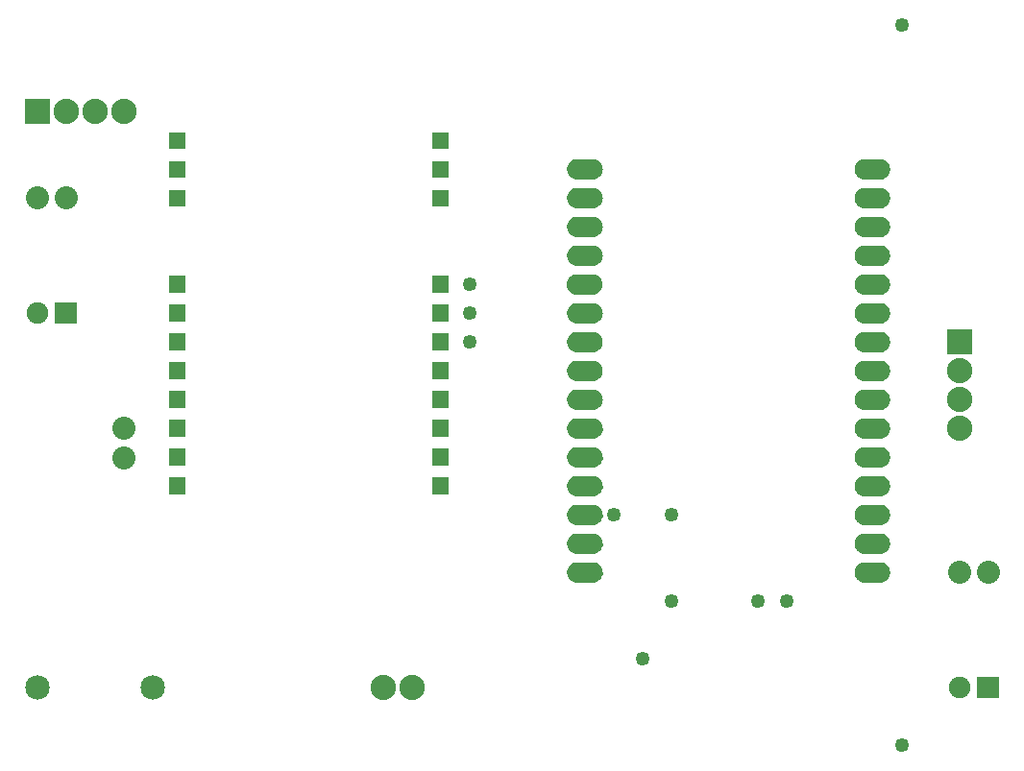
<source format=gts>
G04 MADE WITH FRITZING*
G04 WWW.FRITZING.ORG*
G04 DOUBLE SIDED*
G04 HOLES PLATED*
G04 CONTOUR ON CENTER OF CONTOUR VECTOR*
%ASAXBY*%
%FSLAX23Y23*%
%MOIN*%
%OFA0B0*%
%SFA1.0B1.0*%
%ADD10C,0.080000*%
%ADD11C,0.075000*%
%ADD12C,0.085000*%
%ADD13C,0.088000*%
%ADD14C,0.062000*%
%ADD15C,0.049370*%
%ADD16R,0.088000X0.088000*%
%ADD17C,0.030000*%
%ADD18C,0.010000*%
%ADD19R,0.001000X0.001000*%
%LNMASK1*%
G90*
G70*
G54D10*
X3342Y661D03*
X3442Y661D03*
X142Y1961D03*
X242Y1961D03*
G54D11*
X142Y1561D03*
X242Y1561D03*
X142Y1561D03*
X242Y1561D03*
X3342Y261D03*
X3442Y261D03*
X3342Y261D03*
X3442Y261D03*
G54D12*
X142Y261D03*
X542Y261D03*
G54D13*
X3342Y1461D03*
X3342Y1361D03*
X3342Y1261D03*
X3342Y1161D03*
X142Y2261D03*
X242Y2261D03*
X342Y2261D03*
X442Y2261D03*
X1442Y261D03*
X1342Y261D03*
G54D14*
X3042Y661D03*
X3042Y761D03*
X3042Y861D03*
X3042Y961D03*
X3042Y1061D03*
X3042Y1161D03*
X3042Y1261D03*
X3042Y1361D03*
X3042Y1461D03*
X3042Y1561D03*
X3042Y1661D03*
X3042Y1761D03*
X3042Y1861D03*
X3042Y1961D03*
X3042Y2061D03*
X2042Y2061D03*
X2042Y1961D03*
X2042Y1861D03*
X2042Y1761D03*
X2042Y1661D03*
X2042Y1561D03*
X2042Y1461D03*
X2042Y1361D03*
X2042Y1261D03*
X2042Y1161D03*
X2042Y1061D03*
X2042Y961D03*
X2042Y861D03*
X2042Y761D03*
X2042Y661D03*
G54D15*
X1642Y1461D03*
X1642Y1661D03*
X1642Y1561D03*
X3142Y2561D03*
X2242Y361D03*
X2142Y861D03*
X2342Y861D03*
X2742Y561D03*
X2342Y561D03*
X2642Y561D03*
X3142Y61D03*
G54D10*
X442Y1060D03*
X442Y1161D03*
G54D16*
X3342Y1461D03*
X142Y2261D03*
G54D17*
G36*
X1471Y232D02*
X1413Y232D01*
X1413Y290D01*
X1471Y290D01*
X1471Y232D01*
G37*
D02*
G54D18*
G36*
X658Y2190D02*
X658Y2131D01*
X599Y2131D01*
X599Y2190D01*
G37*
D02*
G36*
X658Y2090D02*
X658Y2031D01*
X599Y2031D01*
X599Y2090D01*
G37*
D02*
G36*
X658Y1990D02*
X658Y1931D01*
X599Y1931D01*
X599Y1990D01*
G37*
D02*
G36*
X658Y1691D02*
X658Y1632D01*
X599Y1632D01*
X599Y1691D01*
G37*
D02*
G36*
X658Y1591D02*
X658Y1532D01*
X599Y1532D01*
X599Y1591D01*
G37*
D02*
G36*
X658Y1491D02*
X658Y1432D01*
X599Y1432D01*
X599Y1491D01*
G37*
D02*
G36*
X658Y1391D02*
X658Y1332D01*
X599Y1332D01*
X599Y1391D01*
G37*
D02*
G36*
X658Y1291D02*
X658Y1232D01*
X599Y1232D01*
X599Y1291D01*
G37*
D02*
G36*
X658Y1191D02*
X658Y1132D01*
X599Y1132D01*
X599Y1191D01*
G37*
D02*
G36*
X658Y1091D02*
X658Y1032D01*
X599Y1032D01*
X599Y1091D01*
G37*
D02*
G36*
X658Y991D02*
X658Y932D01*
X599Y932D01*
X599Y991D01*
G37*
D02*
G36*
X1571Y991D02*
X1571Y932D01*
X1512Y932D01*
X1512Y991D01*
G37*
D02*
G36*
X1571Y1091D02*
X1571Y1032D01*
X1512Y1032D01*
X1512Y1091D01*
G37*
D02*
G36*
X1571Y1191D02*
X1571Y1132D01*
X1512Y1132D01*
X1512Y1191D01*
G37*
D02*
G36*
X1571Y1291D02*
X1571Y1232D01*
X1512Y1232D01*
X1512Y1291D01*
G37*
D02*
G36*
X1571Y1391D02*
X1571Y1332D01*
X1512Y1332D01*
X1512Y1391D01*
G37*
D02*
G36*
X1571Y1491D02*
X1571Y1432D01*
X1512Y1432D01*
X1512Y1491D01*
G37*
D02*
G36*
X1571Y1591D02*
X1571Y1532D01*
X1512Y1532D01*
X1512Y1591D01*
G37*
D02*
G36*
X1571Y1691D02*
X1571Y1632D01*
X1512Y1632D01*
X1512Y1691D01*
G37*
D02*
G36*
X1571Y1990D02*
X1571Y1931D01*
X1512Y1931D01*
X1512Y1990D01*
G37*
D02*
G36*
X1571Y2090D02*
X1571Y2031D01*
X1512Y2031D01*
X1512Y2090D01*
G37*
D02*
G36*
X1571Y2190D02*
X1571Y2131D01*
X1512Y2131D01*
X1512Y2190D01*
G37*
D02*
G54D19*
X2011Y2097D02*
X2075Y2097D01*
X3009Y2097D02*
X3072Y2097D01*
X2007Y2096D02*
X2079Y2096D01*
X3005Y2096D02*
X3076Y2096D01*
X2005Y2095D02*
X2082Y2095D01*
X3002Y2095D02*
X3079Y2095D01*
X2002Y2094D02*
X2084Y2094D01*
X3000Y2094D02*
X3081Y2094D01*
X2000Y2093D02*
X2086Y2093D01*
X2998Y2093D02*
X3083Y2093D01*
X1998Y2092D02*
X2088Y2092D01*
X2996Y2092D02*
X3085Y2092D01*
X1997Y2091D02*
X2089Y2091D01*
X2994Y2091D02*
X3087Y2091D01*
X1995Y2090D02*
X2091Y2090D01*
X2993Y2090D02*
X3088Y2090D01*
X1994Y2089D02*
X2092Y2089D01*
X2992Y2089D02*
X3089Y2089D01*
X1993Y2088D02*
X2093Y2088D01*
X2991Y2088D02*
X3091Y2088D01*
X1992Y2087D02*
X2094Y2087D01*
X2990Y2087D02*
X3092Y2087D01*
X1991Y2086D02*
X2095Y2086D01*
X2989Y2086D02*
X3092Y2086D01*
X1990Y2085D02*
X2096Y2085D01*
X2988Y2085D02*
X3093Y2085D01*
X1989Y2084D02*
X2097Y2084D01*
X2987Y2084D02*
X3094Y2084D01*
X1989Y2083D02*
X2097Y2083D01*
X2986Y2083D02*
X3095Y2083D01*
X1988Y2082D02*
X2098Y2082D01*
X2986Y2082D02*
X3096Y2082D01*
X1987Y2081D02*
X2099Y2081D01*
X2985Y2081D02*
X3096Y2081D01*
X1987Y2080D02*
X2099Y2080D01*
X2984Y2080D02*
X3097Y2080D01*
X1986Y2079D02*
X2100Y2079D01*
X2984Y2079D02*
X3097Y2079D01*
X1986Y2078D02*
X2100Y2078D01*
X2983Y2078D02*
X3098Y2078D01*
X1985Y2077D02*
X2101Y2077D01*
X2983Y2077D02*
X3098Y2077D01*
X1985Y2076D02*
X2101Y2076D01*
X2982Y2076D02*
X3099Y2076D01*
X1984Y2075D02*
X2102Y2075D01*
X2982Y2075D02*
X3099Y2075D01*
X1984Y2074D02*
X2102Y2074D01*
X2981Y2074D02*
X3100Y2074D01*
X1984Y2073D02*
X2102Y2073D01*
X2981Y2073D02*
X3100Y2073D01*
X1983Y2072D02*
X2103Y2072D01*
X2981Y2072D02*
X3100Y2072D01*
X1983Y2071D02*
X2103Y2071D01*
X2980Y2071D02*
X3101Y2071D01*
X1983Y2070D02*
X2103Y2070D01*
X2980Y2070D02*
X3101Y2070D01*
X1982Y2069D02*
X2104Y2069D01*
X2980Y2069D02*
X3101Y2069D01*
X1982Y2068D02*
X2104Y2068D01*
X2980Y2068D02*
X3101Y2068D01*
X1982Y2067D02*
X2040Y2067D01*
X2046Y2067D02*
X2104Y2067D01*
X2980Y2067D02*
X3036Y2067D01*
X3043Y2067D02*
X3102Y2067D01*
X1982Y2066D02*
X2038Y2066D01*
X2048Y2066D02*
X2104Y2066D01*
X2979Y2066D02*
X3035Y2066D01*
X3045Y2066D02*
X3102Y2066D01*
X1982Y2065D02*
X2037Y2065D01*
X2049Y2065D02*
X2104Y2065D01*
X2979Y2065D02*
X3034Y2065D01*
X3045Y2065D02*
X3102Y2065D01*
X1982Y2064D02*
X2037Y2064D01*
X2049Y2064D02*
X2104Y2064D01*
X2979Y2064D02*
X3034Y2064D01*
X3046Y2064D02*
X3102Y2064D01*
X1982Y2063D02*
X2037Y2063D01*
X2050Y2063D02*
X2104Y2063D01*
X2979Y2063D02*
X3033Y2063D01*
X3046Y2063D02*
X3102Y2063D01*
X1982Y2062D02*
X2036Y2062D01*
X2050Y2062D02*
X2105Y2062D01*
X2979Y2062D02*
X3033Y2062D01*
X3046Y2062D02*
X3102Y2062D01*
X1982Y2061D02*
X2036Y2061D01*
X2050Y2061D02*
X2105Y2061D01*
X2979Y2061D02*
X3033Y2061D01*
X3046Y2061D02*
X3102Y2061D01*
X1982Y2060D02*
X2037Y2060D01*
X2050Y2060D02*
X2104Y2060D01*
X2979Y2060D02*
X3033Y2060D01*
X3046Y2060D02*
X3102Y2060D01*
X1982Y2059D02*
X2037Y2059D01*
X2049Y2059D02*
X2104Y2059D01*
X2979Y2059D02*
X3034Y2059D01*
X3046Y2059D02*
X3102Y2059D01*
X1982Y2058D02*
X2038Y2058D01*
X2049Y2058D02*
X2104Y2058D01*
X2979Y2058D02*
X3034Y2058D01*
X3045Y2058D02*
X3102Y2058D01*
X1982Y2057D02*
X2039Y2057D01*
X2048Y2057D02*
X2104Y2057D01*
X2979Y2057D02*
X3035Y2057D01*
X3044Y2057D02*
X3102Y2057D01*
X1982Y2056D02*
X2040Y2056D01*
X2046Y2056D02*
X2104Y2056D01*
X2980Y2056D02*
X3037Y2056D01*
X3043Y2056D02*
X3101Y2056D01*
X1982Y2055D02*
X2104Y2055D01*
X2980Y2055D02*
X3101Y2055D01*
X1983Y2054D02*
X2104Y2054D01*
X2980Y2054D02*
X3101Y2054D01*
X1983Y2053D02*
X2103Y2053D01*
X2980Y2053D02*
X3101Y2053D01*
X1983Y2052D02*
X2103Y2052D01*
X2981Y2052D02*
X3101Y2052D01*
X1983Y2051D02*
X2103Y2051D01*
X2981Y2051D02*
X3100Y2051D01*
X1984Y2050D02*
X2102Y2050D01*
X2981Y2050D02*
X3100Y2050D01*
X1984Y2049D02*
X2102Y2049D01*
X2982Y2049D02*
X3099Y2049D01*
X1984Y2048D02*
X2102Y2048D01*
X2982Y2048D02*
X3099Y2048D01*
X1985Y2047D02*
X2101Y2047D01*
X2982Y2047D02*
X3099Y2047D01*
X1985Y2046D02*
X2101Y2046D01*
X2983Y2046D02*
X3098Y2046D01*
X1986Y2045D02*
X2100Y2045D01*
X2983Y2045D02*
X3098Y2045D01*
X1986Y2044D02*
X2100Y2044D01*
X2984Y2044D02*
X3097Y2044D01*
X1987Y2043D02*
X2099Y2043D01*
X2985Y2043D02*
X3097Y2043D01*
X1988Y2042D02*
X2098Y2042D01*
X2985Y2042D02*
X3096Y2042D01*
X1988Y2041D02*
X2098Y2041D01*
X2986Y2041D02*
X3095Y2041D01*
X1989Y2040D02*
X2097Y2040D01*
X2986Y2040D02*
X3095Y2040D01*
X1990Y2039D02*
X2096Y2039D01*
X2987Y2039D02*
X3094Y2039D01*
X1991Y2038D02*
X2096Y2038D01*
X2988Y2038D02*
X3093Y2038D01*
X1991Y2037D02*
X2095Y2037D01*
X2989Y2037D02*
X3092Y2037D01*
X1992Y2036D02*
X2094Y2036D01*
X2990Y2036D02*
X3091Y2036D01*
X1994Y2035D02*
X2093Y2035D01*
X2991Y2035D02*
X3090Y2035D01*
X1995Y2034D02*
X2091Y2034D01*
X2992Y2034D02*
X3089Y2034D01*
X1996Y2033D02*
X2090Y2033D01*
X2994Y2033D02*
X3088Y2033D01*
X1997Y2032D02*
X2089Y2032D01*
X2995Y2032D02*
X3086Y2032D01*
X1999Y2031D02*
X2087Y2031D01*
X2997Y2031D02*
X3084Y2031D01*
X2001Y2030D02*
X2085Y2030D01*
X2998Y2030D02*
X3083Y2030D01*
X2003Y2029D02*
X2083Y2029D01*
X3001Y2029D02*
X3081Y2029D01*
X2006Y2028D02*
X2081Y2028D01*
X3003Y2028D02*
X3078Y2028D01*
X2009Y2027D02*
X2077Y2027D01*
X3006Y2027D02*
X3075Y2027D01*
X2014Y2026D02*
X2073Y2026D01*
X3011Y2026D02*
X3070Y2026D01*
X2011Y1997D02*
X2075Y1997D01*
X3009Y1997D02*
X3073Y1997D01*
X2007Y1996D02*
X2079Y1996D01*
X3005Y1996D02*
X3076Y1996D01*
X2004Y1995D02*
X2082Y1995D01*
X3002Y1995D02*
X3079Y1995D01*
X2002Y1994D02*
X2084Y1994D01*
X3000Y1994D02*
X3081Y1994D01*
X2000Y1993D02*
X2086Y1993D01*
X2998Y1993D02*
X3084Y1993D01*
X1998Y1992D02*
X2088Y1992D01*
X2996Y1992D02*
X3085Y1992D01*
X1997Y1991D02*
X2089Y1991D01*
X2994Y1991D02*
X3087Y1991D01*
X1995Y1990D02*
X2091Y1990D01*
X2993Y1990D02*
X3088Y1990D01*
X1994Y1989D02*
X2092Y1989D01*
X2992Y1989D02*
X3089Y1989D01*
X1993Y1988D02*
X2093Y1988D01*
X2991Y1988D02*
X3091Y1988D01*
X1992Y1987D02*
X2094Y1987D01*
X2990Y1987D02*
X3092Y1987D01*
X1991Y1986D02*
X2095Y1986D01*
X2989Y1986D02*
X3093Y1986D01*
X1990Y1985D02*
X2096Y1985D01*
X2988Y1985D02*
X3093Y1985D01*
X1989Y1984D02*
X2097Y1984D01*
X2987Y1984D02*
X3094Y1984D01*
X1989Y1983D02*
X2097Y1983D01*
X2986Y1983D02*
X3095Y1983D01*
X1988Y1982D02*
X2098Y1982D01*
X2985Y1982D02*
X3096Y1982D01*
X1987Y1981D02*
X2099Y1981D01*
X2985Y1981D02*
X3096Y1981D01*
X1987Y1980D02*
X2099Y1980D01*
X2984Y1980D02*
X3097Y1980D01*
X1986Y1979D02*
X2100Y1979D01*
X2984Y1979D02*
X3097Y1979D01*
X1986Y1978D02*
X2100Y1978D01*
X2983Y1978D02*
X3098Y1978D01*
X1985Y1977D02*
X2101Y1977D01*
X2983Y1977D02*
X3098Y1977D01*
X1985Y1976D02*
X2101Y1976D01*
X2982Y1976D02*
X3099Y1976D01*
X1984Y1975D02*
X2102Y1975D01*
X2982Y1975D02*
X3099Y1975D01*
X1984Y1974D02*
X2102Y1974D01*
X2981Y1974D02*
X3100Y1974D01*
X1984Y1973D02*
X2102Y1973D01*
X2981Y1973D02*
X3100Y1973D01*
X1983Y1972D02*
X2103Y1972D01*
X2981Y1972D02*
X3100Y1972D01*
X1983Y1971D02*
X2103Y1971D01*
X2980Y1971D02*
X3101Y1971D01*
X1983Y1970D02*
X2103Y1970D01*
X2980Y1970D02*
X3101Y1970D01*
X1982Y1969D02*
X2104Y1969D01*
X2980Y1969D02*
X3101Y1969D01*
X1982Y1968D02*
X2104Y1968D01*
X2980Y1968D02*
X3101Y1968D01*
X1982Y1967D02*
X2040Y1967D01*
X2046Y1967D02*
X2104Y1967D01*
X2980Y1967D02*
X3036Y1967D01*
X3043Y1967D02*
X3102Y1967D01*
X1982Y1966D02*
X2038Y1966D01*
X2048Y1966D02*
X2104Y1966D01*
X2979Y1966D02*
X3035Y1966D01*
X3045Y1966D02*
X3102Y1966D01*
X1982Y1965D02*
X2037Y1965D01*
X2049Y1965D02*
X2104Y1965D01*
X2979Y1965D02*
X3034Y1965D01*
X3045Y1965D02*
X3102Y1965D01*
X1982Y1964D02*
X2037Y1964D01*
X2049Y1964D02*
X2104Y1964D01*
X2979Y1964D02*
X3034Y1964D01*
X3046Y1964D02*
X3102Y1964D01*
X1982Y1963D02*
X2037Y1963D01*
X2050Y1963D02*
X2104Y1963D01*
X2979Y1963D02*
X3033Y1963D01*
X3046Y1963D02*
X3102Y1963D01*
X1982Y1962D02*
X2036Y1962D01*
X2050Y1962D02*
X2105Y1962D01*
X2979Y1962D02*
X3033Y1962D01*
X3046Y1962D02*
X3102Y1962D01*
X1982Y1961D02*
X2036Y1961D01*
X2050Y1961D02*
X2105Y1961D01*
X2979Y1961D02*
X3033Y1961D01*
X3046Y1961D02*
X3102Y1961D01*
X1982Y1960D02*
X2037Y1960D01*
X2050Y1960D02*
X2104Y1960D01*
X2979Y1960D02*
X3033Y1960D01*
X3046Y1960D02*
X3102Y1960D01*
X1982Y1959D02*
X2037Y1959D01*
X2049Y1959D02*
X2104Y1959D01*
X2979Y1959D02*
X3034Y1959D01*
X3046Y1959D02*
X3102Y1959D01*
X1982Y1958D02*
X2038Y1958D01*
X2048Y1958D02*
X2104Y1958D01*
X2979Y1958D02*
X3034Y1958D01*
X3045Y1958D02*
X3102Y1958D01*
X1982Y1957D02*
X2039Y1957D01*
X2048Y1957D02*
X2104Y1957D01*
X2979Y1957D02*
X3035Y1957D01*
X3044Y1957D02*
X3102Y1957D01*
X1982Y1956D02*
X2040Y1956D01*
X2046Y1956D02*
X2104Y1956D01*
X2980Y1956D02*
X3037Y1956D01*
X3043Y1956D02*
X3102Y1956D01*
X1982Y1955D02*
X2104Y1955D01*
X2980Y1955D02*
X3101Y1955D01*
X1983Y1954D02*
X2104Y1954D01*
X2980Y1954D02*
X3101Y1954D01*
X1983Y1953D02*
X2103Y1953D01*
X2980Y1953D02*
X3101Y1953D01*
X1983Y1952D02*
X2103Y1952D01*
X2981Y1952D02*
X3101Y1952D01*
X1983Y1951D02*
X2103Y1951D01*
X2981Y1951D02*
X3100Y1951D01*
X1984Y1950D02*
X2102Y1950D01*
X2981Y1950D02*
X3100Y1950D01*
X1984Y1949D02*
X2102Y1949D01*
X2982Y1949D02*
X3100Y1949D01*
X1984Y1948D02*
X2102Y1948D01*
X2982Y1948D02*
X3099Y1948D01*
X1985Y1947D02*
X2101Y1947D01*
X2982Y1947D02*
X3099Y1947D01*
X1985Y1946D02*
X2101Y1946D01*
X2983Y1946D02*
X3098Y1946D01*
X1986Y1945D02*
X2100Y1945D01*
X2983Y1945D02*
X3098Y1945D01*
X1986Y1944D02*
X2100Y1944D01*
X2984Y1944D02*
X3097Y1944D01*
X1987Y1943D02*
X2099Y1943D01*
X2985Y1943D02*
X3097Y1943D01*
X1988Y1942D02*
X2098Y1942D01*
X2985Y1942D02*
X3096Y1942D01*
X1988Y1941D02*
X2098Y1941D01*
X2986Y1941D02*
X3095Y1941D01*
X1989Y1940D02*
X2097Y1940D01*
X2987Y1940D02*
X3095Y1940D01*
X1990Y1939D02*
X2096Y1939D01*
X2987Y1939D02*
X3094Y1939D01*
X1991Y1938D02*
X2096Y1938D01*
X2988Y1938D02*
X3093Y1938D01*
X1991Y1937D02*
X2095Y1937D01*
X2989Y1937D02*
X3092Y1937D01*
X1992Y1936D02*
X2094Y1936D01*
X2990Y1936D02*
X3091Y1936D01*
X1994Y1935D02*
X2093Y1935D01*
X2991Y1935D02*
X3090Y1935D01*
X1995Y1934D02*
X2091Y1934D01*
X2992Y1934D02*
X3089Y1934D01*
X1996Y1933D02*
X2090Y1933D01*
X2994Y1933D02*
X3088Y1933D01*
X1997Y1932D02*
X2089Y1932D01*
X2995Y1932D02*
X3086Y1932D01*
X1999Y1931D02*
X2087Y1931D01*
X2997Y1931D02*
X3084Y1931D01*
X2001Y1930D02*
X2085Y1930D01*
X2998Y1930D02*
X3083Y1930D01*
X2003Y1929D02*
X2083Y1929D01*
X3001Y1929D02*
X3081Y1929D01*
X2006Y1928D02*
X2080Y1928D01*
X3003Y1928D02*
X3078Y1928D01*
X2009Y1927D02*
X2077Y1927D01*
X3006Y1927D02*
X3075Y1927D01*
X2014Y1926D02*
X2072Y1926D01*
X3011Y1926D02*
X3070Y1926D01*
X2011Y1897D02*
X2075Y1897D01*
X3009Y1897D02*
X3073Y1897D01*
X2007Y1896D02*
X2079Y1896D01*
X3005Y1896D02*
X3076Y1896D01*
X2004Y1895D02*
X2082Y1895D01*
X3002Y1895D02*
X3079Y1895D01*
X2002Y1894D02*
X2084Y1894D01*
X3000Y1894D02*
X3081Y1894D01*
X2000Y1893D02*
X2086Y1893D01*
X2998Y1893D02*
X3084Y1893D01*
X1998Y1892D02*
X2088Y1892D01*
X2996Y1892D02*
X3085Y1892D01*
X1997Y1891D02*
X2089Y1891D01*
X2994Y1891D02*
X3087Y1891D01*
X1995Y1890D02*
X2091Y1890D01*
X2993Y1890D02*
X3088Y1890D01*
X1994Y1889D02*
X2092Y1889D01*
X2992Y1889D02*
X3089Y1889D01*
X1993Y1888D02*
X2093Y1888D01*
X2991Y1888D02*
X3091Y1888D01*
X1992Y1887D02*
X2094Y1887D01*
X2989Y1887D02*
X3092Y1887D01*
X1991Y1886D02*
X2095Y1886D01*
X2989Y1886D02*
X3093Y1886D01*
X1990Y1885D02*
X2096Y1885D01*
X2988Y1885D02*
X3093Y1885D01*
X1989Y1884D02*
X2097Y1884D01*
X2987Y1884D02*
X3094Y1884D01*
X1989Y1883D02*
X2097Y1883D01*
X2986Y1883D02*
X3095Y1883D01*
X1988Y1882D02*
X2098Y1882D01*
X2985Y1882D02*
X3096Y1882D01*
X1987Y1881D02*
X2099Y1881D01*
X2985Y1881D02*
X3096Y1881D01*
X1987Y1880D02*
X2099Y1880D01*
X2984Y1880D02*
X3097Y1880D01*
X1986Y1879D02*
X2100Y1879D01*
X2984Y1879D02*
X3097Y1879D01*
X1986Y1878D02*
X2100Y1878D01*
X2983Y1878D02*
X3098Y1878D01*
X1985Y1877D02*
X2101Y1877D01*
X2983Y1877D02*
X3098Y1877D01*
X1985Y1876D02*
X2101Y1876D01*
X2982Y1876D02*
X3099Y1876D01*
X1984Y1875D02*
X2102Y1875D01*
X2982Y1875D02*
X3099Y1875D01*
X1984Y1874D02*
X2102Y1874D01*
X2981Y1874D02*
X3100Y1874D01*
X1984Y1873D02*
X2103Y1873D01*
X2981Y1873D02*
X3100Y1873D01*
X1983Y1872D02*
X2103Y1872D01*
X2981Y1872D02*
X3100Y1872D01*
X1983Y1871D02*
X2103Y1871D01*
X2980Y1871D02*
X3101Y1871D01*
X1983Y1870D02*
X2103Y1870D01*
X2980Y1870D02*
X3101Y1870D01*
X1982Y1869D02*
X2104Y1869D01*
X2980Y1869D02*
X3101Y1869D01*
X1982Y1868D02*
X2104Y1868D01*
X2980Y1868D02*
X3101Y1868D01*
X1982Y1867D02*
X2040Y1867D01*
X2046Y1867D02*
X2104Y1867D01*
X2980Y1867D02*
X3036Y1867D01*
X3043Y1867D02*
X3102Y1867D01*
X1982Y1866D02*
X2038Y1866D01*
X2048Y1866D02*
X2104Y1866D01*
X2979Y1866D02*
X3035Y1866D01*
X3045Y1866D02*
X3102Y1866D01*
X1982Y1865D02*
X2037Y1865D01*
X2049Y1865D02*
X2104Y1865D01*
X2979Y1865D02*
X3034Y1865D01*
X3045Y1865D02*
X3102Y1865D01*
X1982Y1864D02*
X2037Y1864D01*
X2049Y1864D02*
X2104Y1864D01*
X2979Y1864D02*
X3034Y1864D01*
X3046Y1864D02*
X3102Y1864D01*
X1982Y1863D02*
X2037Y1863D01*
X2050Y1863D02*
X2104Y1863D01*
X2979Y1863D02*
X3033Y1863D01*
X3046Y1863D02*
X3102Y1863D01*
X1982Y1862D02*
X2036Y1862D01*
X2050Y1862D02*
X2105Y1862D01*
X2979Y1862D02*
X3033Y1862D01*
X3046Y1862D02*
X3102Y1862D01*
X1982Y1861D02*
X2036Y1861D01*
X2050Y1861D02*
X2105Y1861D01*
X2979Y1861D02*
X3033Y1861D01*
X3046Y1861D02*
X3102Y1861D01*
X1982Y1860D02*
X2037Y1860D01*
X2050Y1860D02*
X2104Y1860D01*
X2979Y1860D02*
X3033Y1860D01*
X3046Y1860D02*
X3102Y1860D01*
X1982Y1859D02*
X2037Y1859D01*
X2049Y1859D02*
X2104Y1859D01*
X2979Y1859D02*
X3034Y1859D01*
X3046Y1859D02*
X3102Y1859D01*
X1982Y1858D02*
X2038Y1858D01*
X2048Y1858D02*
X2104Y1858D01*
X2979Y1858D02*
X3034Y1858D01*
X3045Y1858D02*
X3102Y1858D01*
X1982Y1857D02*
X2039Y1857D01*
X2047Y1857D02*
X2104Y1857D01*
X2979Y1857D02*
X3035Y1857D01*
X3044Y1857D02*
X3102Y1857D01*
X1982Y1856D02*
X2040Y1856D01*
X2046Y1856D02*
X2104Y1856D01*
X2980Y1856D02*
X3037Y1856D01*
X3042Y1856D02*
X3101Y1856D01*
X1982Y1855D02*
X2104Y1855D01*
X2980Y1855D02*
X3101Y1855D01*
X1983Y1854D02*
X2104Y1854D01*
X2980Y1854D02*
X3101Y1854D01*
X1983Y1853D02*
X2103Y1853D01*
X2980Y1853D02*
X3101Y1853D01*
X1983Y1852D02*
X2103Y1852D01*
X2981Y1852D02*
X3100Y1852D01*
X1983Y1851D02*
X2103Y1851D01*
X2981Y1851D02*
X3100Y1851D01*
X1984Y1850D02*
X2102Y1850D01*
X2981Y1850D02*
X3100Y1850D01*
X1984Y1849D02*
X2102Y1849D01*
X2982Y1849D02*
X3099Y1849D01*
X1985Y1848D02*
X2102Y1848D01*
X2982Y1848D02*
X3099Y1848D01*
X1985Y1847D02*
X2101Y1847D01*
X2982Y1847D02*
X3099Y1847D01*
X1985Y1846D02*
X2101Y1846D01*
X2983Y1846D02*
X3098Y1846D01*
X1986Y1845D02*
X2100Y1845D01*
X2983Y1845D02*
X3098Y1845D01*
X1986Y1844D02*
X2100Y1844D01*
X2984Y1844D02*
X3097Y1844D01*
X1987Y1843D02*
X2099Y1843D01*
X2985Y1843D02*
X3097Y1843D01*
X1988Y1842D02*
X2098Y1842D01*
X2985Y1842D02*
X3096Y1842D01*
X1988Y1841D02*
X2098Y1841D01*
X2986Y1841D02*
X3095Y1841D01*
X1989Y1840D02*
X2097Y1840D01*
X2987Y1840D02*
X3095Y1840D01*
X1990Y1839D02*
X2096Y1839D01*
X2987Y1839D02*
X3094Y1839D01*
X1991Y1838D02*
X2095Y1838D01*
X2988Y1838D02*
X3093Y1838D01*
X1991Y1837D02*
X2095Y1837D01*
X2989Y1837D02*
X3092Y1837D01*
X1992Y1836D02*
X2094Y1836D01*
X2990Y1836D02*
X3091Y1836D01*
X1994Y1835D02*
X2093Y1835D01*
X2991Y1835D02*
X3090Y1835D01*
X1995Y1834D02*
X2091Y1834D01*
X2992Y1834D02*
X3089Y1834D01*
X1996Y1833D02*
X2090Y1833D01*
X2994Y1833D02*
X3087Y1833D01*
X1998Y1832D02*
X2089Y1832D01*
X2995Y1832D02*
X3086Y1832D01*
X1999Y1831D02*
X2087Y1831D01*
X2997Y1831D02*
X3084Y1831D01*
X2001Y1830D02*
X2085Y1830D01*
X2999Y1830D02*
X3083Y1830D01*
X2003Y1829D02*
X2083Y1829D01*
X3001Y1829D02*
X3080Y1829D01*
X2006Y1828D02*
X2080Y1828D01*
X3003Y1828D02*
X3078Y1828D01*
X2009Y1827D02*
X2077Y1827D01*
X3006Y1827D02*
X3075Y1827D01*
X2014Y1826D02*
X2072Y1826D01*
X3011Y1826D02*
X3070Y1826D01*
X2011Y1797D02*
X2075Y1797D01*
X3008Y1797D02*
X3073Y1797D01*
X2007Y1796D02*
X2079Y1796D01*
X3005Y1796D02*
X3077Y1796D01*
X2004Y1795D02*
X2082Y1795D01*
X3002Y1795D02*
X3079Y1795D01*
X2002Y1794D02*
X2084Y1794D01*
X3000Y1794D02*
X3082Y1794D01*
X2000Y1793D02*
X2086Y1793D01*
X2998Y1793D02*
X3084Y1793D01*
X1998Y1792D02*
X2088Y1792D01*
X2996Y1792D02*
X3085Y1792D01*
X1997Y1791D02*
X2089Y1791D01*
X2994Y1791D02*
X3087Y1791D01*
X1995Y1790D02*
X2091Y1790D01*
X2993Y1790D02*
X3088Y1790D01*
X1994Y1789D02*
X2092Y1789D01*
X2992Y1789D02*
X3090Y1789D01*
X1993Y1788D02*
X2093Y1788D01*
X2991Y1788D02*
X3091Y1788D01*
X1992Y1787D02*
X2094Y1787D01*
X2989Y1787D02*
X3092Y1787D01*
X1991Y1786D02*
X2095Y1786D01*
X2989Y1786D02*
X3093Y1786D01*
X1990Y1785D02*
X2096Y1785D01*
X2988Y1785D02*
X3094Y1785D01*
X1989Y1784D02*
X2097Y1784D01*
X2987Y1784D02*
X3094Y1784D01*
X1989Y1783D02*
X2097Y1783D01*
X2986Y1783D02*
X3095Y1783D01*
X1988Y1782D02*
X2098Y1782D01*
X2985Y1782D02*
X3096Y1782D01*
X1987Y1781D02*
X2099Y1781D01*
X2985Y1781D02*
X3096Y1781D01*
X1987Y1780D02*
X2099Y1780D01*
X2984Y1780D02*
X3097Y1780D01*
X1986Y1779D02*
X2100Y1779D01*
X2984Y1779D02*
X3097Y1779D01*
X1986Y1778D02*
X2100Y1778D01*
X2983Y1778D02*
X3098Y1778D01*
X1985Y1777D02*
X2101Y1777D01*
X2983Y1777D02*
X3098Y1777D01*
X1985Y1776D02*
X2101Y1776D01*
X2982Y1776D02*
X3099Y1776D01*
X1984Y1775D02*
X2102Y1775D01*
X2982Y1775D02*
X3099Y1775D01*
X1984Y1774D02*
X2102Y1774D01*
X2981Y1774D02*
X3100Y1774D01*
X1984Y1773D02*
X2103Y1773D01*
X2981Y1773D02*
X3100Y1773D01*
X1983Y1772D02*
X2103Y1772D01*
X2981Y1772D02*
X3100Y1772D01*
X1983Y1771D02*
X2103Y1771D01*
X2980Y1771D02*
X3101Y1771D01*
X1983Y1770D02*
X2103Y1770D01*
X2980Y1770D02*
X3101Y1770D01*
X1982Y1769D02*
X2104Y1769D01*
X2980Y1769D02*
X3101Y1769D01*
X1982Y1768D02*
X2104Y1768D01*
X2980Y1768D02*
X3101Y1768D01*
X1982Y1767D02*
X2039Y1767D01*
X2047Y1767D02*
X2104Y1767D01*
X2980Y1767D02*
X3036Y1767D01*
X3043Y1767D02*
X3102Y1767D01*
X1982Y1766D02*
X2038Y1766D01*
X2048Y1766D02*
X2104Y1766D01*
X2979Y1766D02*
X3035Y1766D01*
X3045Y1766D02*
X3102Y1766D01*
X1982Y1765D02*
X2037Y1765D01*
X2049Y1765D02*
X2104Y1765D01*
X2979Y1765D02*
X3034Y1765D01*
X3046Y1765D02*
X3102Y1765D01*
X1982Y1764D02*
X2037Y1764D01*
X2049Y1764D02*
X2104Y1764D01*
X2979Y1764D02*
X3033Y1764D01*
X3046Y1764D02*
X3102Y1764D01*
X1982Y1763D02*
X2036Y1763D01*
X2050Y1763D02*
X2104Y1763D01*
X2979Y1763D02*
X3033Y1763D01*
X3047Y1763D02*
X3102Y1763D01*
X1982Y1762D02*
X2036Y1762D01*
X2050Y1762D02*
X2105Y1762D01*
X2979Y1762D02*
X3033Y1762D01*
X3047Y1762D02*
X3102Y1762D01*
X1982Y1761D02*
X2036Y1761D01*
X2050Y1761D02*
X2105Y1761D01*
X2979Y1761D02*
X3033Y1761D01*
X3047Y1761D02*
X3102Y1761D01*
X1982Y1760D02*
X2036Y1760D01*
X2050Y1760D02*
X2104Y1760D01*
X2979Y1760D02*
X3033Y1760D01*
X3046Y1760D02*
X3102Y1760D01*
X1982Y1759D02*
X2037Y1759D01*
X2049Y1759D02*
X2104Y1759D01*
X2979Y1759D02*
X3034Y1759D01*
X3046Y1759D02*
X3102Y1759D01*
X1982Y1758D02*
X2038Y1758D01*
X2049Y1758D02*
X2104Y1758D01*
X2979Y1758D02*
X3034Y1758D01*
X3045Y1758D02*
X3102Y1758D01*
X1982Y1757D02*
X2039Y1757D01*
X2048Y1757D02*
X2104Y1757D01*
X2979Y1757D02*
X3035Y1757D01*
X3044Y1757D02*
X3102Y1757D01*
X1982Y1756D02*
X2040Y1756D01*
X2046Y1756D02*
X2104Y1756D01*
X2980Y1756D02*
X3037Y1756D01*
X3043Y1756D02*
X3102Y1756D01*
X1982Y1755D02*
X2104Y1755D01*
X2980Y1755D02*
X3101Y1755D01*
X1983Y1754D02*
X2104Y1754D01*
X2980Y1754D02*
X3101Y1754D01*
X1983Y1753D02*
X2103Y1753D01*
X2980Y1753D02*
X3101Y1753D01*
X1983Y1752D02*
X2103Y1752D01*
X2981Y1752D02*
X3101Y1752D01*
X1983Y1751D02*
X2103Y1751D01*
X2981Y1751D02*
X3100Y1751D01*
X1984Y1750D02*
X2102Y1750D01*
X2981Y1750D02*
X3100Y1750D01*
X1984Y1749D02*
X2102Y1749D01*
X2982Y1749D02*
X3100Y1749D01*
X1985Y1748D02*
X2102Y1748D01*
X2982Y1748D02*
X3099Y1748D01*
X1985Y1747D02*
X2101Y1747D01*
X2982Y1747D02*
X3099Y1747D01*
X1985Y1746D02*
X2101Y1746D01*
X2983Y1746D02*
X3098Y1746D01*
X1986Y1745D02*
X2100Y1745D01*
X2983Y1745D02*
X3098Y1745D01*
X1986Y1744D02*
X2100Y1744D01*
X2984Y1744D02*
X3097Y1744D01*
X1987Y1743D02*
X2099Y1743D01*
X2985Y1743D02*
X3097Y1743D01*
X1988Y1742D02*
X2098Y1742D01*
X2985Y1742D02*
X3096Y1742D01*
X1988Y1741D02*
X2098Y1741D01*
X2986Y1741D02*
X3095Y1741D01*
X1989Y1740D02*
X2097Y1740D01*
X2987Y1740D02*
X3095Y1740D01*
X1990Y1739D02*
X2096Y1739D01*
X2987Y1739D02*
X3094Y1739D01*
X1991Y1738D02*
X2095Y1738D01*
X2988Y1738D02*
X3093Y1738D01*
X1991Y1737D02*
X2095Y1737D01*
X2989Y1737D02*
X3092Y1737D01*
X1992Y1736D02*
X2094Y1736D01*
X2990Y1736D02*
X3091Y1736D01*
X1994Y1735D02*
X2092Y1735D01*
X2991Y1735D02*
X3090Y1735D01*
X1995Y1734D02*
X2091Y1734D01*
X2992Y1734D02*
X3089Y1734D01*
X1996Y1733D02*
X2090Y1733D01*
X2994Y1733D02*
X3088Y1733D01*
X1998Y1732D02*
X2089Y1732D01*
X2995Y1732D02*
X3086Y1732D01*
X1999Y1731D02*
X2087Y1731D01*
X2997Y1731D02*
X3084Y1731D01*
X2001Y1730D02*
X2085Y1730D01*
X2999Y1730D02*
X3083Y1730D01*
X2003Y1729D02*
X2083Y1729D01*
X3001Y1729D02*
X3080Y1729D01*
X2006Y1728D02*
X2080Y1728D01*
X3003Y1728D02*
X3078Y1728D01*
X2009Y1727D02*
X2077Y1727D01*
X3006Y1727D02*
X3075Y1727D01*
X2014Y1726D02*
X2072Y1726D01*
X3012Y1726D02*
X3070Y1726D01*
X2010Y1697D02*
X2074Y1697D01*
X3008Y1697D02*
X3073Y1697D01*
X2006Y1696D02*
X2078Y1696D01*
X3005Y1696D02*
X3077Y1696D01*
X2003Y1695D02*
X2081Y1695D01*
X3002Y1695D02*
X3079Y1695D01*
X2001Y1694D02*
X2083Y1694D01*
X3000Y1694D02*
X3082Y1694D01*
X1999Y1693D02*
X2085Y1693D01*
X2998Y1693D02*
X3084Y1693D01*
X1997Y1692D02*
X2087Y1692D01*
X2996Y1692D02*
X3085Y1692D01*
X1996Y1691D02*
X2088Y1691D01*
X2994Y1691D02*
X3087Y1691D01*
X1994Y1690D02*
X2090Y1690D01*
X2993Y1690D02*
X3088Y1690D01*
X1993Y1689D02*
X2091Y1689D01*
X2992Y1689D02*
X3089Y1689D01*
X1992Y1688D02*
X2092Y1688D01*
X2990Y1688D02*
X3091Y1688D01*
X1991Y1687D02*
X2093Y1687D01*
X2989Y1687D02*
X3092Y1687D01*
X1990Y1686D02*
X2094Y1686D01*
X2989Y1686D02*
X3093Y1686D01*
X1989Y1685D02*
X2095Y1685D01*
X2988Y1685D02*
X3093Y1685D01*
X1988Y1684D02*
X2096Y1684D01*
X2987Y1684D02*
X3094Y1684D01*
X1988Y1683D02*
X2096Y1683D01*
X2986Y1683D02*
X3095Y1683D01*
X1987Y1682D02*
X2097Y1682D01*
X2985Y1682D02*
X3096Y1682D01*
X1986Y1681D02*
X2098Y1681D01*
X2985Y1681D02*
X3096Y1681D01*
X1986Y1680D02*
X2098Y1680D01*
X2984Y1680D02*
X3097Y1680D01*
X1985Y1679D02*
X2099Y1679D01*
X2984Y1679D02*
X3097Y1679D01*
X1985Y1678D02*
X2099Y1678D01*
X2983Y1678D02*
X3098Y1678D01*
X1984Y1677D02*
X2100Y1677D01*
X2983Y1677D02*
X3098Y1677D01*
X1984Y1676D02*
X2100Y1676D01*
X2982Y1676D02*
X3099Y1676D01*
X1983Y1675D02*
X2101Y1675D01*
X2982Y1675D02*
X3099Y1675D01*
X1983Y1674D02*
X2101Y1674D01*
X2981Y1674D02*
X3100Y1674D01*
X1983Y1673D02*
X2101Y1673D01*
X2981Y1673D02*
X3100Y1673D01*
X1982Y1672D02*
X2102Y1672D01*
X2981Y1672D02*
X3100Y1672D01*
X1982Y1671D02*
X2102Y1671D01*
X2980Y1671D02*
X3101Y1671D01*
X1982Y1670D02*
X2102Y1670D01*
X2980Y1670D02*
X3101Y1670D01*
X1981Y1669D02*
X2103Y1669D01*
X2980Y1669D02*
X3101Y1669D01*
X1981Y1668D02*
X2103Y1668D01*
X2980Y1668D02*
X3101Y1668D01*
X1981Y1667D02*
X2039Y1667D01*
X2045Y1667D02*
X2103Y1667D01*
X2980Y1667D02*
X3036Y1667D01*
X3043Y1667D02*
X3102Y1667D01*
X1981Y1666D02*
X2037Y1666D01*
X2047Y1666D02*
X2103Y1666D01*
X2979Y1666D02*
X3035Y1666D01*
X3044Y1666D02*
X3102Y1666D01*
X1981Y1665D02*
X2037Y1665D01*
X2048Y1665D02*
X2103Y1665D01*
X2979Y1665D02*
X3034Y1665D01*
X3045Y1665D02*
X3102Y1665D01*
X1981Y1664D02*
X2036Y1664D01*
X2048Y1664D02*
X2104Y1664D01*
X2979Y1664D02*
X3034Y1664D01*
X3046Y1664D02*
X3102Y1664D01*
X1981Y1663D02*
X2036Y1663D01*
X2048Y1663D02*
X2104Y1663D01*
X2979Y1663D02*
X3033Y1663D01*
X3046Y1663D02*
X3102Y1663D01*
X1981Y1662D02*
X2036Y1662D01*
X2049Y1662D02*
X2104Y1662D01*
X2979Y1662D02*
X3033Y1662D01*
X3046Y1662D02*
X3102Y1662D01*
X1981Y1661D02*
X2036Y1661D01*
X2049Y1661D02*
X2103Y1661D01*
X2979Y1661D02*
X3033Y1661D01*
X3046Y1661D02*
X3102Y1661D01*
X1981Y1660D02*
X2036Y1660D01*
X2048Y1660D02*
X2103Y1660D01*
X2979Y1660D02*
X3033Y1660D01*
X3046Y1660D02*
X3102Y1660D01*
X1981Y1659D02*
X2036Y1659D01*
X2048Y1659D02*
X2103Y1659D01*
X2979Y1659D02*
X3034Y1659D01*
X3046Y1659D02*
X3102Y1659D01*
X1981Y1658D02*
X2037Y1658D01*
X2047Y1658D02*
X2103Y1658D01*
X2979Y1658D02*
X3035Y1658D01*
X3045Y1658D02*
X3102Y1658D01*
X1981Y1657D02*
X2038Y1657D01*
X2046Y1657D02*
X2103Y1657D01*
X2980Y1657D02*
X3036Y1657D01*
X3044Y1657D02*
X3102Y1657D01*
X1981Y1656D02*
X2039Y1656D01*
X2045Y1656D02*
X2103Y1656D01*
X2980Y1656D02*
X3037Y1656D01*
X3042Y1656D02*
X3101Y1656D01*
X1981Y1655D02*
X2103Y1655D01*
X2980Y1655D02*
X3101Y1655D01*
X1982Y1654D02*
X2102Y1654D01*
X2980Y1654D02*
X3101Y1654D01*
X1982Y1653D02*
X2102Y1653D01*
X2980Y1653D02*
X3101Y1653D01*
X1982Y1652D02*
X2102Y1652D01*
X2981Y1652D02*
X3100Y1652D01*
X1982Y1651D02*
X2102Y1651D01*
X2981Y1651D02*
X3100Y1651D01*
X1983Y1650D02*
X2101Y1650D01*
X2981Y1650D02*
X3100Y1650D01*
X1983Y1649D02*
X2101Y1649D01*
X2982Y1649D02*
X3099Y1649D01*
X1983Y1648D02*
X2101Y1648D01*
X2982Y1648D02*
X3099Y1648D01*
X1984Y1647D02*
X2100Y1647D01*
X2982Y1647D02*
X3099Y1647D01*
X1984Y1646D02*
X2100Y1646D01*
X2983Y1646D02*
X3098Y1646D01*
X1985Y1645D02*
X2099Y1645D01*
X2983Y1645D02*
X3098Y1645D01*
X1985Y1644D02*
X2099Y1644D01*
X2984Y1644D02*
X3097Y1644D01*
X1986Y1643D02*
X2098Y1643D01*
X2985Y1643D02*
X3097Y1643D01*
X1987Y1642D02*
X2097Y1642D01*
X2985Y1642D02*
X3096Y1642D01*
X1987Y1641D02*
X2097Y1641D01*
X2986Y1641D02*
X3095Y1641D01*
X1988Y1640D02*
X2096Y1640D01*
X2987Y1640D02*
X3095Y1640D01*
X1989Y1639D02*
X2095Y1639D01*
X2987Y1639D02*
X3094Y1639D01*
X1990Y1638D02*
X2094Y1638D01*
X2988Y1638D02*
X3093Y1638D01*
X1991Y1637D02*
X2094Y1637D01*
X2989Y1637D02*
X3092Y1637D01*
X1991Y1636D02*
X2093Y1636D01*
X2990Y1636D02*
X3091Y1636D01*
X1993Y1635D02*
X2091Y1635D01*
X2991Y1635D02*
X3090Y1635D01*
X1994Y1634D02*
X2090Y1634D01*
X2992Y1634D02*
X3089Y1634D01*
X1995Y1633D02*
X2089Y1633D01*
X2994Y1633D02*
X3087Y1633D01*
X1997Y1632D02*
X2087Y1632D01*
X2995Y1632D02*
X3086Y1632D01*
X1998Y1631D02*
X2086Y1631D01*
X2997Y1631D02*
X3084Y1631D01*
X2000Y1630D02*
X2084Y1630D01*
X2999Y1630D02*
X3082Y1630D01*
X2002Y1629D02*
X2082Y1629D01*
X3001Y1629D02*
X3080Y1629D01*
X2005Y1628D02*
X2079Y1628D01*
X3003Y1628D02*
X3078Y1628D01*
X2008Y1627D02*
X2076Y1627D01*
X3007Y1627D02*
X3075Y1627D01*
X2013Y1626D02*
X2071Y1626D01*
X3012Y1626D02*
X3069Y1626D01*
X205Y1599D02*
X279Y1599D01*
X205Y1598D02*
X279Y1598D01*
X205Y1597D02*
X279Y1597D01*
X2011Y1597D02*
X2075Y1597D01*
X3008Y1597D02*
X3073Y1597D01*
X205Y1596D02*
X279Y1596D01*
X2007Y1596D02*
X2079Y1596D01*
X3004Y1596D02*
X3077Y1596D01*
X205Y1595D02*
X279Y1595D01*
X2004Y1595D02*
X2082Y1595D01*
X3002Y1595D02*
X3079Y1595D01*
X205Y1594D02*
X279Y1594D01*
X2002Y1594D02*
X2084Y1594D01*
X2999Y1594D02*
X3082Y1594D01*
X205Y1593D02*
X279Y1593D01*
X2000Y1593D02*
X2086Y1593D01*
X2997Y1593D02*
X3084Y1593D01*
X205Y1592D02*
X279Y1592D01*
X1998Y1592D02*
X2088Y1592D01*
X2996Y1592D02*
X3085Y1592D01*
X205Y1591D02*
X279Y1591D01*
X1997Y1591D02*
X2089Y1591D01*
X2994Y1591D02*
X3087Y1591D01*
X205Y1590D02*
X279Y1590D01*
X1995Y1590D02*
X2091Y1590D01*
X2993Y1590D02*
X3088Y1590D01*
X205Y1589D02*
X279Y1589D01*
X1994Y1589D02*
X2092Y1589D01*
X2992Y1589D02*
X3090Y1589D01*
X205Y1588D02*
X279Y1588D01*
X1993Y1588D02*
X2093Y1588D01*
X2990Y1588D02*
X3091Y1588D01*
X205Y1587D02*
X279Y1587D01*
X1992Y1587D02*
X2094Y1587D01*
X2989Y1587D02*
X3092Y1587D01*
X205Y1586D02*
X279Y1586D01*
X1991Y1586D02*
X2095Y1586D01*
X2989Y1586D02*
X3093Y1586D01*
X205Y1585D02*
X279Y1585D01*
X1990Y1585D02*
X2096Y1585D01*
X2988Y1585D02*
X3093Y1585D01*
X205Y1584D02*
X279Y1584D01*
X1989Y1584D02*
X2097Y1584D01*
X2987Y1584D02*
X3094Y1584D01*
X205Y1583D02*
X279Y1583D01*
X1989Y1583D02*
X2097Y1583D01*
X2986Y1583D02*
X3095Y1583D01*
X205Y1582D02*
X279Y1582D01*
X1988Y1582D02*
X2098Y1582D01*
X2985Y1582D02*
X3096Y1582D01*
X205Y1581D02*
X279Y1581D01*
X1987Y1581D02*
X2099Y1581D01*
X2985Y1581D02*
X3096Y1581D01*
X205Y1580D02*
X279Y1580D01*
X1987Y1580D02*
X2099Y1580D01*
X2984Y1580D02*
X3097Y1580D01*
X205Y1579D02*
X279Y1579D01*
X1986Y1579D02*
X2100Y1579D01*
X2984Y1579D02*
X3097Y1579D01*
X205Y1578D02*
X279Y1578D01*
X1986Y1578D02*
X2100Y1578D01*
X2983Y1578D02*
X3098Y1578D01*
X205Y1577D02*
X279Y1577D01*
X1985Y1577D02*
X2101Y1577D01*
X2983Y1577D02*
X3098Y1577D01*
X205Y1576D02*
X279Y1576D01*
X1985Y1576D02*
X2101Y1576D01*
X2982Y1576D02*
X3099Y1576D01*
X205Y1575D02*
X279Y1575D01*
X1984Y1575D02*
X2102Y1575D01*
X2982Y1575D02*
X3099Y1575D01*
X205Y1574D02*
X279Y1574D01*
X1984Y1574D02*
X2102Y1574D01*
X2981Y1574D02*
X3100Y1574D01*
X205Y1573D02*
X279Y1573D01*
X1984Y1573D02*
X2103Y1573D01*
X2981Y1573D02*
X3100Y1573D01*
X205Y1572D02*
X279Y1572D01*
X1983Y1572D02*
X2103Y1572D01*
X2981Y1572D02*
X3100Y1572D01*
X205Y1571D02*
X279Y1571D01*
X1983Y1571D02*
X2103Y1571D01*
X2980Y1571D02*
X3101Y1571D01*
X205Y1570D02*
X238Y1570D01*
X245Y1570D02*
X279Y1570D01*
X1983Y1570D02*
X2103Y1570D01*
X2980Y1570D02*
X3101Y1570D01*
X205Y1569D02*
X236Y1569D01*
X247Y1569D02*
X279Y1569D01*
X1982Y1569D02*
X2104Y1569D01*
X2980Y1569D02*
X3101Y1569D01*
X205Y1568D02*
X235Y1568D01*
X249Y1568D02*
X279Y1568D01*
X1982Y1568D02*
X2104Y1568D01*
X2980Y1568D02*
X3101Y1568D01*
X205Y1567D02*
X234Y1567D01*
X249Y1567D02*
X279Y1567D01*
X1982Y1567D02*
X2040Y1567D01*
X2047Y1567D02*
X2104Y1567D01*
X2980Y1567D02*
X3036Y1567D01*
X3043Y1567D02*
X3102Y1567D01*
X205Y1566D02*
X233Y1566D01*
X250Y1566D02*
X279Y1566D01*
X1982Y1566D02*
X2038Y1566D01*
X2048Y1566D02*
X2104Y1566D01*
X2979Y1566D02*
X3035Y1566D01*
X3044Y1566D02*
X3102Y1566D01*
X205Y1565D02*
X233Y1565D01*
X250Y1565D02*
X279Y1565D01*
X1982Y1565D02*
X2038Y1565D01*
X2049Y1565D02*
X2104Y1565D01*
X2979Y1565D02*
X3034Y1565D01*
X3045Y1565D02*
X3102Y1565D01*
X205Y1564D02*
X233Y1564D01*
X251Y1564D02*
X279Y1564D01*
X1982Y1564D02*
X2037Y1564D01*
X2049Y1564D02*
X2104Y1564D01*
X2979Y1564D02*
X3034Y1564D01*
X3046Y1564D02*
X3102Y1564D01*
X205Y1563D02*
X233Y1563D01*
X251Y1563D02*
X279Y1563D01*
X1982Y1563D02*
X2037Y1563D01*
X2050Y1563D02*
X2104Y1563D01*
X2979Y1563D02*
X3033Y1563D01*
X3046Y1563D02*
X3102Y1563D01*
X205Y1562D02*
X232Y1562D01*
X251Y1562D02*
X279Y1562D01*
X1982Y1562D02*
X2037Y1562D01*
X2050Y1562D02*
X2105Y1562D01*
X2979Y1562D02*
X3033Y1562D01*
X3046Y1562D02*
X3102Y1562D01*
X205Y1561D02*
X232Y1561D01*
X251Y1561D02*
X279Y1561D01*
X1982Y1561D02*
X2037Y1561D01*
X2050Y1561D02*
X2105Y1561D01*
X2979Y1561D02*
X3033Y1561D01*
X3046Y1561D02*
X3102Y1561D01*
X205Y1560D02*
X233Y1560D01*
X251Y1560D02*
X279Y1560D01*
X1982Y1560D02*
X2037Y1560D01*
X2049Y1560D02*
X2104Y1560D01*
X2979Y1560D02*
X3033Y1560D01*
X3046Y1560D02*
X3102Y1560D01*
X205Y1559D02*
X233Y1559D01*
X251Y1559D02*
X279Y1559D01*
X1982Y1559D02*
X2037Y1559D01*
X2049Y1559D02*
X2104Y1559D01*
X2979Y1559D02*
X3034Y1559D01*
X3046Y1559D02*
X3102Y1559D01*
X205Y1558D02*
X233Y1558D01*
X250Y1558D02*
X279Y1558D01*
X1982Y1558D02*
X2038Y1558D01*
X2048Y1558D02*
X2104Y1558D01*
X2979Y1558D02*
X3035Y1558D01*
X3045Y1558D02*
X3102Y1558D01*
X205Y1557D02*
X234Y1557D01*
X250Y1557D02*
X279Y1557D01*
X1982Y1557D02*
X2039Y1557D01*
X2047Y1557D02*
X2104Y1557D01*
X2980Y1557D02*
X3036Y1557D01*
X3044Y1557D02*
X3102Y1557D01*
X205Y1556D02*
X235Y1556D01*
X249Y1556D02*
X279Y1556D01*
X1982Y1556D02*
X2040Y1556D01*
X2046Y1556D02*
X2104Y1556D01*
X2980Y1556D02*
X3037Y1556D01*
X3042Y1556D02*
X3101Y1556D01*
X205Y1555D02*
X236Y1555D01*
X248Y1555D02*
X279Y1555D01*
X1982Y1555D02*
X2104Y1555D01*
X2980Y1555D02*
X3101Y1555D01*
X205Y1554D02*
X237Y1554D01*
X246Y1554D02*
X279Y1554D01*
X1983Y1554D02*
X2104Y1554D01*
X2980Y1554D02*
X3101Y1554D01*
X205Y1553D02*
X240Y1553D01*
X243Y1553D02*
X279Y1553D01*
X1983Y1553D02*
X2103Y1553D01*
X2980Y1553D02*
X3101Y1553D01*
X205Y1552D02*
X279Y1552D01*
X1983Y1552D02*
X2103Y1552D01*
X2981Y1552D02*
X3100Y1552D01*
X205Y1551D02*
X279Y1551D01*
X1983Y1551D02*
X2103Y1551D01*
X2981Y1551D02*
X3100Y1551D01*
X205Y1550D02*
X279Y1550D01*
X1984Y1550D02*
X2102Y1550D01*
X2981Y1550D02*
X3100Y1550D01*
X205Y1549D02*
X279Y1549D01*
X1984Y1549D02*
X2102Y1549D01*
X2982Y1549D02*
X3099Y1549D01*
X205Y1548D02*
X279Y1548D01*
X1985Y1548D02*
X2102Y1548D01*
X2982Y1548D02*
X3099Y1548D01*
X205Y1547D02*
X279Y1547D01*
X1985Y1547D02*
X2101Y1547D01*
X2983Y1547D02*
X3099Y1547D01*
X205Y1546D02*
X279Y1546D01*
X1985Y1546D02*
X2101Y1546D01*
X2983Y1546D02*
X3098Y1546D01*
X205Y1545D02*
X279Y1545D01*
X1986Y1545D02*
X2100Y1545D01*
X2983Y1545D02*
X3098Y1545D01*
X205Y1544D02*
X279Y1544D01*
X1986Y1544D02*
X2100Y1544D01*
X2984Y1544D02*
X3097Y1544D01*
X205Y1543D02*
X279Y1543D01*
X1987Y1543D02*
X2099Y1543D01*
X2985Y1543D02*
X3097Y1543D01*
X205Y1542D02*
X279Y1542D01*
X1988Y1542D02*
X2098Y1542D01*
X2985Y1542D02*
X3096Y1542D01*
X205Y1541D02*
X279Y1541D01*
X1988Y1541D02*
X2098Y1541D01*
X2986Y1541D02*
X3095Y1541D01*
X205Y1540D02*
X279Y1540D01*
X1989Y1540D02*
X2097Y1540D01*
X2987Y1540D02*
X3095Y1540D01*
X205Y1539D02*
X279Y1539D01*
X1990Y1539D02*
X2096Y1539D01*
X2987Y1539D02*
X3094Y1539D01*
X205Y1538D02*
X279Y1538D01*
X1991Y1538D02*
X2095Y1538D01*
X2988Y1538D02*
X3093Y1538D01*
X205Y1537D02*
X279Y1537D01*
X1992Y1537D02*
X2095Y1537D01*
X2989Y1537D02*
X3092Y1537D01*
X205Y1536D02*
X279Y1536D01*
X1993Y1536D02*
X2094Y1536D01*
X2990Y1536D02*
X3091Y1536D01*
X205Y1535D02*
X279Y1535D01*
X1994Y1535D02*
X2092Y1535D01*
X2991Y1535D02*
X3090Y1535D01*
X205Y1534D02*
X279Y1534D01*
X1995Y1534D02*
X2091Y1534D01*
X2992Y1534D02*
X3089Y1534D01*
X205Y1533D02*
X279Y1533D01*
X1996Y1533D02*
X2090Y1533D01*
X2994Y1533D02*
X3087Y1533D01*
X205Y1532D02*
X279Y1532D01*
X1998Y1532D02*
X2088Y1532D01*
X2995Y1532D02*
X3086Y1532D01*
X205Y1531D02*
X279Y1531D01*
X1999Y1531D02*
X2087Y1531D01*
X2997Y1531D02*
X3084Y1531D01*
X205Y1530D02*
X279Y1530D01*
X2001Y1530D02*
X2085Y1530D01*
X2999Y1530D02*
X3082Y1530D01*
X205Y1529D02*
X279Y1529D01*
X2003Y1529D02*
X2083Y1529D01*
X3001Y1529D02*
X3080Y1529D01*
X205Y1528D02*
X279Y1528D01*
X2006Y1528D02*
X2080Y1528D01*
X3003Y1528D02*
X3078Y1528D01*
X205Y1527D02*
X279Y1527D01*
X2009Y1527D02*
X2077Y1527D01*
X3007Y1527D02*
X3074Y1527D01*
X205Y1526D02*
X279Y1526D01*
X2015Y1526D02*
X2072Y1526D01*
X3012Y1526D02*
X3069Y1526D01*
X205Y1525D02*
X279Y1525D01*
X2011Y1497D02*
X2076Y1497D01*
X3008Y1497D02*
X3073Y1497D01*
X2007Y1496D02*
X2079Y1496D01*
X3004Y1496D02*
X3077Y1496D01*
X2004Y1495D02*
X2082Y1495D01*
X3002Y1495D02*
X3079Y1495D01*
X2002Y1494D02*
X2084Y1494D01*
X2999Y1494D02*
X3082Y1494D01*
X2000Y1493D02*
X2086Y1493D01*
X2997Y1493D02*
X3084Y1493D01*
X1998Y1492D02*
X2088Y1492D01*
X2996Y1492D02*
X3085Y1492D01*
X1997Y1491D02*
X2089Y1491D01*
X2994Y1491D02*
X3087Y1491D01*
X1995Y1490D02*
X2091Y1490D01*
X2993Y1490D02*
X3088Y1490D01*
X1994Y1489D02*
X2092Y1489D01*
X2992Y1489D02*
X3090Y1489D01*
X1993Y1488D02*
X2093Y1488D01*
X2990Y1488D02*
X3091Y1488D01*
X1992Y1487D02*
X2094Y1487D01*
X2989Y1487D02*
X3092Y1487D01*
X1991Y1486D02*
X2095Y1486D01*
X2988Y1486D02*
X3093Y1486D01*
X1990Y1485D02*
X2096Y1485D01*
X2988Y1485D02*
X3093Y1485D01*
X1989Y1484D02*
X2097Y1484D01*
X2987Y1484D02*
X3094Y1484D01*
X1989Y1483D02*
X2097Y1483D01*
X2986Y1483D02*
X3095Y1483D01*
X1988Y1482D02*
X2098Y1482D01*
X2985Y1482D02*
X3096Y1482D01*
X1987Y1481D02*
X2099Y1481D01*
X2985Y1481D02*
X3096Y1481D01*
X1987Y1480D02*
X2099Y1480D01*
X2984Y1480D02*
X3097Y1480D01*
X1986Y1479D02*
X2100Y1479D01*
X2984Y1479D02*
X3097Y1479D01*
X1986Y1478D02*
X2100Y1478D01*
X2983Y1478D02*
X3098Y1478D01*
X1985Y1477D02*
X2101Y1477D01*
X2983Y1477D02*
X3098Y1477D01*
X1985Y1476D02*
X2101Y1476D01*
X2982Y1476D02*
X3099Y1476D01*
X1984Y1475D02*
X2102Y1475D01*
X2982Y1475D02*
X3099Y1475D01*
X1984Y1474D02*
X2102Y1474D01*
X2981Y1474D02*
X3100Y1474D01*
X1984Y1473D02*
X2103Y1473D01*
X2981Y1473D02*
X3100Y1473D01*
X1983Y1472D02*
X2103Y1472D01*
X2981Y1472D02*
X3100Y1472D01*
X1983Y1471D02*
X2103Y1471D01*
X2980Y1471D02*
X3101Y1471D01*
X1983Y1470D02*
X2103Y1470D01*
X2980Y1470D02*
X3101Y1470D01*
X1982Y1469D02*
X2104Y1469D01*
X2980Y1469D02*
X3101Y1469D01*
X1982Y1468D02*
X2104Y1468D01*
X2980Y1468D02*
X3101Y1468D01*
X1982Y1467D02*
X2040Y1467D01*
X2047Y1467D02*
X2104Y1467D01*
X2980Y1467D02*
X3036Y1467D01*
X3043Y1467D02*
X3102Y1467D01*
X1982Y1466D02*
X2038Y1466D01*
X2048Y1466D02*
X2104Y1466D01*
X2979Y1466D02*
X3035Y1466D01*
X3044Y1466D02*
X3102Y1466D01*
X1982Y1465D02*
X2038Y1465D01*
X2049Y1465D02*
X2104Y1465D01*
X2979Y1465D02*
X3034Y1465D01*
X3045Y1465D02*
X3102Y1465D01*
X1982Y1464D02*
X2037Y1464D01*
X2049Y1464D02*
X2104Y1464D01*
X2979Y1464D02*
X3034Y1464D01*
X3046Y1464D02*
X3102Y1464D01*
X1982Y1463D02*
X2037Y1463D01*
X2050Y1463D02*
X2104Y1463D01*
X2979Y1463D02*
X3033Y1463D01*
X3046Y1463D02*
X3102Y1463D01*
X1982Y1462D02*
X2037Y1462D01*
X2050Y1462D02*
X2105Y1462D01*
X2979Y1462D02*
X3033Y1462D01*
X3046Y1462D02*
X3102Y1462D01*
X1982Y1461D02*
X2037Y1461D01*
X2050Y1461D02*
X2104Y1461D01*
X2979Y1461D02*
X3033Y1461D01*
X3046Y1461D02*
X3102Y1461D01*
X1982Y1460D02*
X2037Y1460D01*
X2049Y1460D02*
X2104Y1460D01*
X2979Y1460D02*
X3033Y1460D01*
X3046Y1460D02*
X3102Y1460D01*
X1982Y1459D02*
X2037Y1459D01*
X2049Y1459D02*
X2104Y1459D01*
X2979Y1459D02*
X3034Y1459D01*
X3046Y1459D02*
X3102Y1459D01*
X1982Y1458D02*
X2038Y1458D01*
X2048Y1458D02*
X2104Y1458D01*
X2979Y1458D02*
X3035Y1458D01*
X3045Y1458D02*
X3102Y1458D01*
X1982Y1457D02*
X2039Y1457D01*
X2047Y1457D02*
X2104Y1457D01*
X2980Y1457D02*
X3036Y1457D01*
X3044Y1457D02*
X3102Y1457D01*
X1982Y1456D02*
X2041Y1456D01*
X2046Y1456D02*
X2104Y1456D01*
X2980Y1456D02*
X3037Y1456D01*
X3042Y1456D02*
X3101Y1456D01*
X1982Y1455D02*
X2104Y1455D01*
X2980Y1455D02*
X3101Y1455D01*
X1983Y1454D02*
X2103Y1454D01*
X2980Y1454D02*
X3101Y1454D01*
X1983Y1453D02*
X2103Y1453D01*
X2980Y1453D02*
X3101Y1453D01*
X1983Y1452D02*
X2103Y1452D01*
X2981Y1452D02*
X3100Y1452D01*
X1983Y1451D02*
X2103Y1451D01*
X2981Y1451D02*
X3100Y1451D01*
X1984Y1450D02*
X2102Y1450D01*
X2981Y1450D02*
X3100Y1450D01*
X1984Y1449D02*
X2102Y1449D01*
X2982Y1449D02*
X3099Y1449D01*
X1985Y1448D02*
X2102Y1448D01*
X2982Y1448D02*
X3099Y1448D01*
X1985Y1447D02*
X2101Y1447D01*
X2983Y1447D02*
X3099Y1447D01*
X1985Y1446D02*
X2101Y1446D01*
X2983Y1446D02*
X3098Y1446D01*
X1986Y1445D02*
X2100Y1445D01*
X2983Y1445D02*
X3098Y1445D01*
X1986Y1444D02*
X2100Y1444D01*
X2984Y1444D02*
X3097Y1444D01*
X1987Y1443D02*
X2099Y1443D01*
X2985Y1443D02*
X3096Y1443D01*
X1988Y1442D02*
X2098Y1442D01*
X2985Y1442D02*
X3096Y1442D01*
X1988Y1441D02*
X2098Y1441D01*
X2986Y1441D02*
X3095Y1441D01*
X1989Y1440D02*
X2097Y1440D01*
X2987Y1440D02*
X3095Y1440D01*
X1990Y1439D02*
X2096Y1439D01*
X2987Y1439D02*
X3094Y1439D01*
X1991Y1438D02*
X2095Y1438D01*
X2988Y1438D02*
X3093Y1438D01*
X1992Y1437D02*
X2095Y1437D01*
X2989Y1437D02*
X3092Y1437D01*
X1993Y1436D02*
X2094Y1436D01*
X2990Y1436D02*
X3091Y1436D01*
X1994Y1435D02*
X2092Y1435D01*
X2991Y1435D02*
X3090Y1435D01*
X1995Y1434D02*
X2091Y1434D01*
X2992Y1434D02*
X3089Y1434D01*
X1996Y1433D02*
X2090Y1433D01*
X2994Y1433D02*
X3087Y1433D01*
X1998Y1432D02*
X2088Y1432D01*
X2995Y1432D02*
X3086Y1432D01*
X1999Y1431D02*
X2087Y1431D01*
X2997Y1431D02*
X3084Y1431D01*
X2001Y1430D02*
X2085Y1430D01*
X2999Y1430D02*
X3082Y1430D01*
X2003Y1429D02*
X2083Y1429D01*
X3001Y1429D02*
X3080Y1429D01*
X2006Y1428D02*
X2080Y1428D01*
X3003Y1428D02*
X3078Y1428D01*
X2009Y1427D02*
X2077Y1427D01*
X3007Y1427D02*
X3074Y1427D01*
X2015Y1426D02*
X2071Y1426D01*
X3013Y1426D02*
X3069Y1426D01*
X2010Y1397D02*
X2076Y1397D01*
X3008Y1397D02*
X3073Y1397D01*
X2007Y1396D02*
X2079Y1396D01*
X3004Y1396D02*
X3077Y1396D01*
X2004Y1395D02*
X2082Y1395D01*
X3002Y1395D02*
X3080Y1395D01*
X2002Y1394D02*
X2084Y1394D01*
X2999Y1394D02*
X3082Y1394D01*
X2000Y1393D02*
X2086Y1393D01*
X2997Y1393D02*
X3084Y1393D01*
X1998Y1392D02*
X2088Y1392D01*
X2996Y1392D02*
X3085Y1392D01*
X1997Y1391D02*
X2089Y1391D01*
X2994Y1391D02*
X3087Y1391D01*
X1995Y1390D02*
X2091Y1390D01*
X2993Y1390D02*
X3088Y1390D01*
X1994Y1389D02*
X2092Y1389D01*
X2992Y1389D02*
X3090Y1389D01*
X1993Y1388D02*
X2093Y1388D01*
X2990Y1388D02*
X3091Y1388D01*
X1992Y1387D02*
X2094Y1387D01*
X2989Y1387D02*
X3092Y1387D01*
X1991Y1386D02*
X2095Y1386D01*
X2988Y1386D02*
X3093Y1386D01*
X1990Y1385D02*
X2096Y1385D01*
X2988Y1385D02*
X3094Y1385D01*
X1989Y1384D02*
X2097Y1384D01*
X2987Y1384D02*
X3094Y1384D01*
X1989Y1383D02*
X2097Y1383D01*
X2986Y1383D02*
X3095Y1383D01*
X1988Y1382D02*
X2098Y1382D01*
X2985Y1382D02*
X3096Y1382D01*
X1987Y1381D02*
X2099Y1381D01*
X2985Y1381D02*
X3096Y1381D01*
X1987Y1380D02*
X2099Y1380D01*
X2984Y1380D02*
X3097Y1380D01*
X1986Y1379D02*
X2100Y1379D01*
X2984Y1379D02*
X3098Y1379D01*
X1986Y1378D02*
X2100Y1378D01*
X2983Y1378D02*
X3098Y1378D01*
X1985Y1377D02*
X2101Y1377D01*
X2983Y1377D02*
X3098Y1377D01*
X1985Y1376D02*
X2101Y1376D01*
X2982Y1376D02*
X3099Y1376D01*
X1984Y1375D02*
X2102Y1375D01*
X2982Y1375D02*
X3099Y1375D01*
X1984Y1374D02*
X2102Y1374D01*
X2981Y1374D02*
X3100Y1374D01*
X1984Y1373D02*
X2103Y1373D01*
X2981Y1373D02*
X3100Y1373D01*
X1983Y1372D02*
X2103Y1372D01*
X2981Y1372D02*
X3100Y1372D01*
X1983Y1371D02*
X2103Y1371D01*
X2980Y1371D02*
X3101Y1371D01*
X1983Y1370D02*
X2103Y1370D01*
X2980Y1370D02*
X3101Y1370D01*
X1982Y1369D02*
X2104Y1369D01*
X2980Y1369D02*
X3101Y1369D01*
X1982Y1368D02*
X2104Y1368D01*
X2980Y1368D02*
X3101Y1368D01*
X1982Y1367D02*
X2040Y1367D01*
X2047Y1367D02*
X2104Y1367D01*
X2980Y1367D02*
X3036Y1367D01*
X3043Y1367D02*
X3102Y1367D01*
X1982Y1366D02*
X2038Y1366D01*
X2048Y1366D02*
X2104Y1366D01*
X2979Y1366D02*
X3035Y1366D01*
X3045Y1366D02*
X3102Y1366D01*
X1982Y1365D02*
X2037Y1365D01*
X2049Y1365D02*
X2104Y1365D01*
X2979Y1365D02*
X3034Y1365D01*
X3045Y1365D02*
X3102Y1365D01*
X1982Y1364D02*
X2037Y1364D01*
X2049Y1364D02*
X2104Y1364D01*
X2979Y1364D02*
X3034Y1364D01*
X3046Y1364D02*
X3102Y1364D01*
X1982Y1363D02*
X2037Y1363D01*
X2050Y1363D02*
X2104Y1363D01*
X2979Y1363D02*
X3033Y1363D01*
X3046Y1363D02*
X3102Y1363D01*
X1982Y1362D02*
X2037Y1362D01*
X2050Y1362D02*
X2105Y1362D01*
X2979Y1362D02*
X3033Y1362D01*
X3046Y1362D02*
X3102Y1362D01*
X1982Y1361D02*
X2037Y1361D01*
X2050Y1361D02*
X2104Y1361D01*
X2979Y1361D02*
X3033Y1361D01*
X3046Y1361D02*
X3102Y1361D01*
X1982Y1360D02*
X2037Y1360D01*
X2049Y1360D02*
X2104Y1360D01*
X2979Y1360D02*
X3034Y1360D01*
X3046Y1360D02*
X3102Y1360D01*
X1982Y1359D02*
X2037Y1359D01*
X2049Y1359D02*
X2104Y1359D01*
X2979Y1359D02*
X3034Y1359D01*
X3046Y1359D02*
X3102Y1359D01*
X1982Y1358D02*
X2038Y1358D01*
X2048Y1358D02*
X2104Y1358D01*
X2979Y1358D02*
X3035Y1358D01*
X3045Y1358D02*
X3102Y1358D01*
X1982Y1357D02*
X2039Y1357D01*
X2047Y1357D02*
X2104Y1357D01*
X2980Y1357D02*
X3036Y1357D01*
X3044Y1357D02*
X3102Y1357D01*
X1982Y1356D02*
X2041Y1356D01*
X2045Y1356D02*
X2104Y1356D01*
X2980Y1356D02*
X3038Y1356D01*
X3042Y1356D02*
X3101Y1356D01*
X1982Y1355D02*
X2104Y1355D01*
X2980Y1355D02*
X3101Y1355D01*
X1983Y1354D02*
X2103Y1354D01*
X2980Y1354D02*
X3101Y1354D01*
X1983Y1353D02*
X2103Y1353D01*
X2980Y1353D02*
X3101Y1353D01*
X1983Y1352D02*
X2103Y1352D01*
X2981Y1352D02*
X3101Y1352D01*
X1983Y1351D02*
X2103Y1351D01*
X2981Y1351D02*
X3100Y1351D01*
X1984Y1350D02*
X2102Y1350D01*
X2981Y1350D02*
X3100Y1350D01*
X1984Y1349D02*
X2102Y1349D01*
X2982Y1349D02*
X3099Y1349D01*
X1985Y1348D02*
X2102Y1348D01*
X2982Y1348D02*
X3099Y1348D01*
X1985Y1347D02*
X2101Y1347D01*
X2983Y1347D02*
X3099Y1347D01*
X1985Y1346D02*
X2101Y1346D01*
X2983Y1346D02*
X3098Y1346D01*
X1986Y1345D02*
X2100Y1345D01*
X2983Y1345D02*
X3098Y1345D01*
X1987Y1344D02*
X2100Y1344D01*
X2984Y1344D02*
X3097Y1344D01*
X1987Y1343D02*
X2099Y1343D01*
X2985Y1343D02*
X3097Y1343D01*
X1988Y1342D02*
X2098Y1342D01*
X2985Y1342D02*
X3096Y1342D01*
X1988Y1341D02*
X2098Y1341D01*
X2986Y1341D02*
X3095Y1341D01*
X1989Y1340D02*
X2097Y1340D01*
X2987Y1340D02*
X3095Y1340D01*
X1990Y1339D02*
X2096Y1339D01*
X2987Y1339D02*
X3094Y1339D01*
X1991Y1338D02*
X2095Y1338D01*
X2988Y1338D02*
X3093Y1338D01*
X1992Y1337D02*
X2095Y1337D01*
X2989Y1337D02*
X3092Y1337D01*
X1993Y1336D02*
X2094Y1336D01*
X2990Y1336D02*
X3091Y1336D01*
X1994Y1335D02*
X2092Y1335D01*
X2991Y1335D02*
X3090Y1335D01*
X1995Y1334D02*
X2091Y1334D01*
X2992Y1334D02*
X3089Y1334D01*
X1996Y1333D02*
X2090Y1333D01*
X2994Y1333D02*
X3087Y1333D01*
X1998Y1332D02*
X2088Y1332D01*
X2995Y1332D02*
X3086Y1332D01*
X1999Y1331D02*
X2087Y1331D01*
X2997Y1331D02*
X3084Y1331D01*
X2001Y1330D02*
X2085Y1330D01*
X2999Y1330D02*
X3082Y1330D01*
X2003Y1329D02*
X2083Y1329D01*
X3001Y1329D02*
X3080Y1329D01*
X2006Y1328D02*
X2080Y1328D01*
X3004Y1328D02*
X3078Y1328D01*
X2009Y1327D02*
X2077Y1327D01*
X3007Y1327D02*
X3074Y1327D01*
X2015Y1326D02*
X2071Y1326D01*
X3013Y1326D02*
X3068Y1326D01*
X2010Y1297D02*
X2076Y1297D01*
X3008Y1297D02*
X3073Y1297D01*
X2007Y1296D02*
X2079Y1296D01*
X3004Y1296D02*
X3077Y1296D01*
X2004Y1295D02*
X2082Y1295D01*
X3002Y1295D02*
X3080Y1295D01*
X2002Y1294D02*
X2084Y1294D01*
X2999Y1294D02*
X3082Y1294D01*
X2000Y1293D02*
X2086Y1293D01*
X2997Y1293D02*
X3084Y1293D01*
X1998Y1292D02*
X2088Y1292D01*
X2996Y1292D02*
X3085Y1292D01*
X1997Y1291D02*
X2089Y1291D01*
X2994Y1291D02*
X3087Y1291D01*
X1995Y1290D02*
X2091Y1290D01*
X2993Y1290D02*
X3088Y1290D01*
X1994Y1289D02*
X2092Y1289D01*
X2992Y1289D02*
X3090Y1289D01*
X1993Y1288D02*
X2093Y1288D01*
X2990Y1288D02*
X3091Y1288D01*
X1992Y1287D02*
X2094Y1287D01*
X2989Y1287D02*
X3092Y1287D01*
X1991Y1286D02*
X2095Y1286D01*
X2988Y1286D02*
X3093Y1286D01*
X1990Y1285D02*
X2096Y1285D01*
X2988Y1285D02*
X3094Y1285D01*
X1989Y1284D02*
X2097Y1284D01*
X2987Y1284D02*
X3094Y1284D01*
X1989Y1283D02*
X2097Y1283D01*
X2986Y1283D02*
X3095Y1283D01*
X1988Y1282D02*
X2098Y1282D01*
X2985Y1282D02*
X3096Y1282D01*
X1987Y1281D02*
X2099Y1281D01*
X2985Y1281D02*
X3096Y1281D01*
X1987Y1280D02*
X2099Y1280D01*
X2984Y1280D02*
X3097Y1280D01*
X1986Y1279D02*
X2100Y1279D01*
X2984Y1279D02*
X3097Y1279D01*
X1986Y1278D02*
X2100Y1278D01*
X2983Y1278D02*
X3098Y1278D01*
X1985Y1277D02*
X2101Y1277D01*
X2983Y1277D02*
X3098Y1277D01*
X1985Y1276D02*
X2101Y1276D01*
X2982Y1276D02*
X3099Y1276D01*
X1984Y1275D02*
X2102Y1275D01*
X2982Y1275D02*
X3099Y1275D01*
X1984Y1274D02*
X2102Y1274D01*
X2981Y1274D02*
X3100Y1274D01*
X1984Y1273D02*
X2103Y1273D01*
X2981Y1273D02*
X3100Y1273D01*
X1983Y1272D02*
X2103Y1272D01*
X2981Y1272D02*
X3100Y1272D01*
X1983Y1271D02*
X2103Y1271D01*
X2980Y1271D02*
X3101Y1271D01*
X1983Y1270D02*
X2103Y1270D01*
X2980Y1270D02*
X3101Y1270D01*
X1982Y1269D02*
X2104Y1269D01*
X2980Y1269D02*
X3101Y1269D01*
X1982Y1268D02*
X2104Y1268D01*
X2980Y1268D02*
X3101Y1268D01*
X1982Y1267D02*
X2039Y1267D01*
X2047Y1267D02*
X2104Y1267D01*
X2980Y1267D02*
X3036Y1267D01*
X3043Y1267D02*
X3102Y1267D01*
X1982Y1266D02*
X2038Y1266D01*
X2048Y1266D02*
X2104Y1266D01*
X2979Y1266D02*
X3035Y1266D01*
X3045Y1266D02*
X3102Y1266D01*
X1982Y1265D02*
X2037Y1265D01*
X2049Y1265D02*
X2104Y1265D01*
X2979Y1265D02*
X3034Y1265D01*
X3045Y1265D02*
X3102Y1265D01*
X1982Y1264D02*
X2037Y1264D01*
X2049Y1264D02*
X2104Y1264D01*
X2979Y1264D02*
X3034Y1264D01*
X3046Y1264D02*
X3102Y1264D01*
X1982Y1263D02*
X2036Y1263D01*
X2050Y1263D02*
X2104Y1263D01*
X2979Y1263D02*
X3033Y1263D01*
X3046Y1263D02*
X3102Y1263D01*
X1982Y1262D02*
X2036Y1262D01*
X2050Y1262D02*
X2105Y1262D01*
X2979Y1262D02*
X3033Y1262D01*
X3046Y1262D02*
X3102Y1262D01*
X1982Y1261D02*
X2036Y1261D01*
X2050Y1261D02*
X2105Y1261D01*
X2979Y1261D02*
X3033Y1261D01*
X3046Y1261D02*
X3102Y1261D01*
X1982Y1260D02*
X2037Y1260D01*
X2050Y1260D02*
X2104Y1260D01*
X2979Y1260D02*
X3033Y1260D01*
X3046Y1260D02*
X3102Y1260D01*
X1982Y1259D02*
X2037Y1259D01*
X2049Y1259D02*
X2104Y1259D01*
X2979Y1259D02*
X3034Y1259D01*
X3046Y1259D02*
X3102Y1259D01*
X1982Y1258D02*
X2038Y1258D01*
X2048Y1258D02*
X2104Y1258D01*
X2979Y1258D02*
X3035Y1258D01*
X3045Y1258D02*
X3102Y1258D01*
X1982Y1257D02*
X2039Y1257D01*
X2047Y1257D02*
X2104Y1257D01*
X2980Y1257D02*
X3036Y1257D01*
X3044Y1257D02*
X3102Y1257D01*
X1982Y1256D02*
X2041Y1256D01*
X2045Y1256D02*
X2104Y1256D01*
X2980Y1256D02*
X3037Y1256D01*
X3042Y1256D02*
X3101Y1256D01*
X1982Y1255D02*
X2104Y1255D01*
X2980Y1255D02*
X3101Y1255D01*
X1983Y1254D02*
X2103Y1254D01*
X2980Y1254D02*
X3101Y1254D01*
X1983Y1253D02*
X2103Y1253D01*
X2980Y1253D02*
X3101Y1253D01*
X1983Y1252D02*
X2103Y1252D01*
X2981Y1252D02*
X3100Y1252D01*
X1983Y1251D02*
X2103Y1251D01*
X2981Y1251D02*
X3100Y1251D01*
X1984Y1250D02*
X2102Y1250D01*
X2981Y1250D02*
X3100Y1250D01*
X1984Y1249D02*
X2102Y1249D01*
X2982Y1249D02*
X3099Y1249D01*
X1985Y1248D02*
X2102Y1248D01*
X2982Y1248D02*
X3099Y1248D01*
X1985Y1247D02*
X2101Y1247D01*
X2983Y1247D02*
X3099Y1247D01*
X1985Y1246D02*
X2101Y1246D01*
X2983Y1246D02*
X3098Y1246D01*
X1986Y1245D02*
X2100Y1245D01*
X2983Y1245D02*
X3098Y1245D01*
X1987Y1244D02*
X2100Y1244D01*
X2984Y1244D02*
X3097Y1244D01*
X1987Y1243D02*
X2099Y1243D01*
X2985Y1243D02*
X3096Y1243D01*
X1988Y1242D02*
X2098Y1242D01*
X2985Y1242D02*
X3096Y1242D01*
X1988Y1241D02*
X2098Y1241D01*
X2986Y1241D02*
X3095Y1241D01*
X1989Y1240D02*
X2097Y1240D01*
X2987Y1240D02*
X3094Y1240D01*
X1990Y1239D02*
X2096Y1239D01*
X2987Y1239D02*
X3094Y1239D01*
X1991Y1238D02*
X2095Y1238D01*
X2988Y1238D02*
X3093Y1238D01*
X1992Y1237D02*
X2094Y1237D01*
X2989Y1237D02*
X3092Y1237D01*
X1993Y1236D02*
X2093Y1236D01*
X2990Y1236D02*
X3091Y1236D01*
X1994Y1235D02*
X2092Y1235D01*
X2991Y1235D02*
X3090Y1235D01*
X1995Y1234D02*
X2091Y1234D01*
X2992Y1234D02*
X3089Y1234D01*
X1996Y1233D02*
X2090Y1233D01*
X2994Y1233D02*
X3087Y1233D01*
X1998Y1232D02*
X2088Y1232D01*
X2995Y1232D02*
X3086Y1232D01*
X1999Y1231D02*
X2087Y1231D01*
X2997Y1231D02*
X3084Y1231D01*
X2001Y1230D02*
X2085Y1230D01*
X2999Y1230D02*
X3082Y1230D01*
X2003Y1229D02*
X2083Y1229D01*
X3001Y1229D02*
X3080Y1229D01*
X2006Y1228D02*
X2080Y1228D01*
X3004Y1228D02*
X3078Y1228D01*
X2009Y1227D02*
X2077Y1227D01*
X3007Y1227D02*
X3074Y1227D01*
X2016Y1226D02*
X2070Y1226D01*
X3013Y1226D02*
X3068Y1226D01*
X2010Y1197D02*
X2076Y1197D01*
X3008Y1197D02*
X3073Y1197D01*
X2007Y1196D02*
X2079Y1196D01*
X3004Y1196D02*
X3077Y1196D01*
X2004Y1195D02*
X2082Y1195D01*
X3002Y1195D02*
X3080Y1195D01*
X2002Y1194D02*
X2084Y1194D01*
X2999Y1194D02*
X3082Y1194D01*
X2000Y1193D02*
X2086Y1193D01*
X2997Y1193D02*
X3084Y1193D01*
X1998Y1192D02*
X2088Y1192D01*
X2996Y1192D02*
X3085Y1192D01*
X1997Y1191D02*
X2089Y1191D01*
X2994Y1191D02*
X3087Y1191D01*
X1995Y1190D02*
X2091Y1190D01*
X2993Y1190D02*
X3088Y1190D01*
X1994Y1189D02*
X2092Y1189D01*
X2991Y1189D02*
X3090Y1189D01*
X1993Y1188D02*
X2093Y1188D01*
X2990Y1188D02*
X3091Y1188D01*
X1992Y1187D02*
X2094Y1187D01*
X2989Y1187D02*
X3092Y1187D01*
X1991Y1186D02*
X2095Y1186D01*
X2988Y1186D02*
X3093Y1186D01*
X1990Y1185D02*
X2096Y1185D01*
X2988Y1185D02*
X3094Y1185D01*
X1989Y1184D02*
X2097Y1184D01*
X2987Y1184D02*
X3094Y1184D01*
X1989Y1183D02*
X2098Y1183D01*
X2986Y1183D02*
X3095Y1183D01*
X1988Y1182D02*
X2098Y1182D01*
X2985Y1182D02*
X3096Y1182D01*
X1987Y1181D02*
X2099Y1181D01*
X2985Y1181D02*
X3096Y1181D01*
X1987Y1180D02*
X2099Y1180D01*
X2984Y1180D02*
X3097Y1180D01*
X1986Y1179D02*
X2100Y1179D01*
X2984Y1179D02*
X3097Y1179D01*
X1986Y1178D02*
X2100Y1178D01*
X2983Y1178D02*
X3098Y1178D01*
X1985Y1177D02*
X2101Y1177D01*
X2983Y1177D02*
X3098Y1177D01*
X1985Y1176D02*
X2101Y1176D01*
X2982Y1176D02*
X3099Y1176D01*
X1984Y1175D02*
X2102Y1175D01*
X2982Y1175D02*
X3099Y1175D01*
X1984Y1174D02*
X2102Y1174D01*
X2981Y1174D02*
X3100Y1174D01*
X1984Y1173D02*
X2103Y1173D01*
X2981Y1173D02*
X3100Y1173D01*
X1983Y1172D02*
X2103Y1172D01*
X2981Y1172D02*
X3100Y1172D01*
X1983Y1171D02*
X2103Y1171D01*
X2980Y1171D02*
X3101Y1171D01*
X1983Y1170D02*
X2103Y1170D01*
X2980Y1170D02*
X3101Y1170D01*
X1982Y1169D02*
X2104Y1169D01*
X2980Y1169D02*
X3101Y1169D01*
X1982Y1168D02*
X2104Y1168D01*
X2980Y1168D02*
X3101Y1168D01*
X1982Y1167D02*
X2039Y1167D01*
X2047Y1167D02*
X2104Y1167D01*
X2980Y1167D02*
X3036Y1167D01*
X3043Y1167D02*
X3102Y1167D01*
X1982Y1166D02*
X2038Y1166D01*
X2048Y1166D02*
X2104Y1166D01*
X2979Y1166D02*
X3035Y1166D01*
X3045Y1166D02*
X3102Y1166D01*
X1982Y1165D02*
X2037Y1165D01*
X2049Y1165D02*
X2104Y1165D01*
X2979Y1165D02*
X3034Y1165D01*
X3045Y1165D02*
X3102Y1165D01*
X1982Y1164D02*
X2037Y1164D01*
X2049Y1164D02*
X2104Y1164D01*
X2979Y1164D02*
X3034Y1164D01*
X3046Y1164D02*
X3102Y1164D01*
X1982Y1163D02*
X2037Y1163D01*
X2050Y1163D02*
X2104Y1163D01*
X2979Y1163D02*
X3033Y1163D01*
X3046Y1163D02*
X3102Y1163D01*
X1982Y1162D02*
X2037Y1162D01*
X2050Y1162D02*
X2105Y1162D01*
X2979Y1162D02*
X3033Y1162D01*
X3046Y1162D02*
X3102Y1162D01*
X1982Y1161D02*
X2037Y1161D01*
X2050Y1161D02*
X2105Y1161D01*
X2979Y1161D02*
X3033Y1161D01*
X3046Y1161D02*
X3102Y1161D01*
X1982Y1160D02*
X2037Y1160D01*
X2049Y1160D02*
X2105Y1160D01*
X2979Y1160D02*
X3033Y1160D01*
X3046Y1160D02*
X3102Y1160D01*
X1982Y1159D02*
X2037Y1159D01*
X2049Y1159D02*
X2105Y1159D01*
X2979Y1159D02*
X3034Y1159D01*
X3046Y1159D02*
X3102Y1159D01*
X1982Y1158D02*
X2038Y1158D01*
X2048Y1158D02*
X2105Y1158D01*
X2979Y1158D02*
X3035Y1158D01*
X3045Y1158D02*
X3102Y1158D01*
X1982Y1157D02*
X2039Y1157D01*
X2047Y1157D02*
X2105Y1157D01*
X2980Y1157D02*
X3036Y1157D01*
X3044Y1157D02*
X3102Y1157D01*
X1982Y1156D02*
X2041Y1156D01*
X2045Y1156D02*
X2105Y1156D01*
X2980Y1156D02*
X3037Y1156D01*
X3042Y1156D02*
X3101Y1156D01*
X1982Y1155D02*
X2105Y1155D01*
X2980Y1155D02*
X3101Y1155D01*
X1983Y1154D02*
X2105Y1154D01*
X2980Y1154D02*
X3101Y1154D01*
X1983Y1153D02*
X2105Y1153D01*
X2980Y1153D02*
X3101Y1153D01*
X1983Y1152D02*
X2104Y1152D01*
X2981Y1152D02*
X3100Y1152D01*
X1983Y1151D02*
X2103Y1151D01*
X2981Y1151D02*
X3100Y1151D01*
X1984Y1150D02*
X2102Y1150D01*
X2981Y1150D02*
X3100Y1150D01*
X1984Y1149D02*
X2102Y1149D01*
X2982Y1149D02*
X3099Y1149D01*
X1985Y1148D02*
X2102Y1148D01*
X2982Y1148D02*
X3099Y1148D01*
X1985Y1147D02*
X2101Y1147D01*
X2983Y1147D02*
X3099Y1147D01*
X1986Y1146D02*
X2101Y1146D01*
X2983Y1146D02*
X3098Y1146D01*
X1986Y1145D02*
X2100Y1145D01*
X2984Y1145D02*
X3098Y1145D01*
X1987Y1144D02*
X2100Y1144D01*
X2984Y1144D02*
X3097Y1144D01*
X1987Y1143D02*
X2099Y1143D01*
X2985Y1143D02*
X3096Y1143D01*
X1988Y1142D02*
X2098Y1142D01*
X2985Y1142D02*
X3096Y1142D01*
X1988Y1141D02*
X2098Y1141D01*
X2986Y1141D02*
X3095Y1141D01*
X1989Y1140D02*
X2097Y1140D01*
X2987Y1140D02*
X3094Y1140D01*
X1990Y1139D02*
X2096Y1139D01*
X2987Y1139D02*
X3094Y1139D01*
X1991Y1138D02*
X2095Y1138D01*
X2988Y1138D02*
X3093Y1138D01*
X1992Y1137D02*
X2094Y1137D01*
X2989Y1137D02*
X3092Y1137D01*
X1993Y1136D02*
X2093Y1136D01*
X2990Y1136D02*
X3091Y1136D01*
X1994Y1135D02*
X2092Y1135D01*
X2991Y1135D02*
X3090Y1135D01*
X1995Y1134D02*
X2091Y1134D01*
X2992Y1134D02*
X3089Y1134D01*
X1996Y1133D02*
X2090Y1133D01*
X2994Y1133D02*
X3087Y1133D01*
X1998Y1132D02*
X2088Y1132D01*
X2995Y1132D02*
X3086Y1132D01*
X1999Y1131D02*
X2087Y1131D01*
X2997Y1131D02*
X3084Y1131D01*
X2001Y1130D02*
X2085Y1130D01*
X2999Y1130D02*
X3082Y1130D01*
X2003Y1129D02*
X2083Y1129D01*
X3001Y1129D02*
X3080Y1129D01*
X2006Y1128D02*
X2080Y1128D01*
X3004Y1128D02*
X3077Y1128D01*
X2009Y1127D02*
X2077Y1127D01*
X3007Y1127D02*
X3074Y1127D01*
X2016Y1126D02*
X2070Y1126D01*
X3014Y1126D02*
X3068Y1126D01*
X2010Y1097D02*
X2076Y1097D01*
X3008Y1097D02*
X3074Y1097D01*
X2007Y1096D02*
X2079Y1096D01*
X3004Y1096D02*
X3077Y1096D01*
X2004Y1095D02*
X2082Y1095D01*
X3001Y1095D02*
X3080Y1095D01*
X2002Y1094D02*
X2084Y1094D01*
X2999Y1094D02*
X3082Y1094D01*
X2000Y1093D02*
X2086Y1093D01*
X2997Y1093D02*
X3084Y1093D01*
X1998Y1092D02*
X2088Y1092D01*
X2996Y1092D02*
X3086Y1092D01*
X1997Y1091D02*
X2090Y1091D01*
X2994Y1091D02*
X3087Y1091D01*
X1995Y1090D02*
X2091Y1090D01*
X2993Y1090D02*
X3088Y1090D01*
X1994Y1089D02*
X2092Y1089D01*
X2991Y1089D02*
X3090Y1089D01*
X1993Y1088D02*
X2093Y1088D01*
X2990Y1088D02*
X3091Y1088D01*
X1992Y1087D02*
X2094Y1087D01*
X2989Y1087D02*
X3092Y1087D01*
X1991Y1086D02*
X2095Y1086D01*
X2988Y1086D02*
X3093Y1086D01*
X1990Y1085D02*
X2096Y1085D01*
X2988Y1085D02*
X3094Y1085D01*
X1989Y1084D02*
X2097Y1084D01*
X2987Y1084D02*
X3094Y1084D01*
X1989Y1083D02*
X2098Y1083D01*
X2986Y1083D02*
X3095Y1083D01*
X1988Y1082D02*
X2098Y1082D01*
X2985Y1082D02*
X3096Y1082D01*
X1987Y1081D02*
X2099Y1081D01*
X2985Y1081D02*
X3096Y1081D01*
X1987Y1080D02*
X2099Y1080D01*
X2984Y1080D02*
X3097Y1080D01*
X1986Y1079D02*
X2100Y1079D01*
X2984Y1079D02*
X3098Y1079D01*
X1986Y1078D02*
X2100Y1078D01*
X2983Y1078D02*
X3098Y1078D01*
X1985Y1077D02*
X2101Y1077D01*
X2983Y1077D02*
X3099Y1077D01*
X1985Y1076D02*
X2101Y1076D01*
X2982Y1076D02*
X3099Y1076D01*
X1984Y1075D02*
X2102Y1075D01*
X2982Y1075D02*
X3099Y1075D01*
X1984Y1074D02*
X2102Y1074D01*
X2981Y1074D02*
X3100Y1074D01*
X1984Y1073D02*
X2103Y1073D01*
X2981Y1073D02*
X3100Y1073D01*
X1983Y1072D02*
X2103Y1072D01*
X2981Y1072D02*
X3100Y1072D01*
X1983Y1071D02*
X2103Y1071D01*
X2980Y1071D02*
X3101Y1071D01*
X1983Y1070D02*
X2103Y1070D01*
X2980Y1070D02*
X3101Y1070D01*
X1982Y1069D02*
X2104Y1069D01*
X2980Y1069D02*
X3101Y1069D01*
X1982Y1068D02*
X2104Y1068D01*
X2980Y1068D02*
X3101Y1068D01*
X1982Y1067D02*
X2039Y1067D01*
X2047Y1067D02*
X2104Y1067D01*
X2980Y1067D02*
X3036Y1067D01*
X3043Y1067D02*
X3102Y1067D01*
X1982Y1066D02*
X2038Y1066D01*
X2048Y1066D02*
X2104Y1066D01*
X2979Y1066D02*
X3035Y1066D01*
X3045Y1066D02*
X3102Y1066D01*
X1982Y1065D02*
X2037Y1065D01*
X2049Y1065D02*
X2104Y1065D01*
X2979Y1065D02*
X3034Y1065D01*
X3045Y1065D02*
X3102Y1065D01*
X1982Y1064D02*
X2037Y1064D01*
X2049Y1064D02*
X2104Y1064D01*
X2979Y1064D02*
X3034Y1064D01*
X3046Y1064D02*
X3102Y1064D01*
X1982Y1063D02*
X2037Y1063D01*
X2050Y1063D02*
X2104Y1063D01*
X2979Y1063D02*
X3033Y1063D01*
X3046Y1063D02*
X3102Y1063D01*
X1982Y1062D02*
X2037Y1062D01*
X2050Y1062D02*
X2105Y1062D01*
X2979Y1062D02*
X3033Y1062D01*
X3046Y1062D02*
X3102Y1062D01*
X1982Y1061D02*
X2037Y1061D01*
X2050Y1061D02*
X2105Y1061D01*
X2979Y1061D02*
X3033Y1061D01*
X3046Y1061D02*
X3102Y1061D01*
X1982Y1060D02*
X2037Y1060D01*
X2049Y1060D02*
X2105Y1060D01*
X2979Y1060D02*
X3033Y1060D01*
X3046Y1060D02*
X3102Y1060D01*
X1982Y1059D02*
X2037Y1059D01*
X2049Y1059D02*
X2105Y1059D01*
X2979Y1059D02*
X3034Y1059D01*
X3046Y1059D02*
X3102Y1059D01*
X1982Y1058D02*
X2038Y1058D01*
X2048Y1058D02*
X2105Y1058D01*
X2979Y1058D02*
X3035Y1058D01*
X3045Y1058D02*
X3102Y1058D01*
X1982Y1057D02*
X2039Y1057D01*
X2047Y1057D02*
X2105Y1057D01*
X2980Y1057D02*
X3036Y1057D01*
X3044Y1057D02*
X3102Y1057D01*
X1982Y1056D02*
X2041Y1056D01*
X2045Y1056D02*
X2105Y1056D01*
X2980Y1056D02*
X3038Y1056D01*
X3042Y1056D02*
X3101Y1056D01*
X1982Y1055D02*
X2105Y1055D01*
X2980Y1055D02*
X3101Y1055D01*
X1983Y1054D02*
X2105Y1054D01*
X2980Y1054D02*
X3101Y1054D01*
X1983Y1053D02*
X2105Y1053D01*
X2980Y1053D02*
X3101Y1053D01*
X1983Y1052D02*
X2104Y1052D01*
X2981Y1052D02*
X3101Y1052D01*
X1983Y1051D02*
X2103Y1051D01*
X2981Y1051D02*
X3100Y1051D01*
X1984Y1050D02*
X2102Y1050D01*
X2981Y1050D02*
X3100Y1050D01*
X1984Y1049D02*
X2102Y1049D01*
X2982Y1049D02*
X3099Y1049D01*
X1985Y1048D02*
X2101Y1048D01*
X2982Y1048D02*
X3099Y1048D01*
X1985Y1047D02*
X2101Y1047D01*
X2983Y1047D02*
X3099Y1047D01*
X1986Y1046D02*
X2101Y1046D01*
X2983Y1046D02*
X3098Y1046D01*
X1986Y1045D02*
X2100Y1045D01*
X2984Y1045D02*
X3098Y1045D01*
X1987Y1044D02*
X2100Y1044D01*
X2984Y1044D02*
X3097Y1044D01*
X1987Y1043D02*
X2099Y1043D01*
X2985Y1043D02*
X3097Y1043D01*
X1988Y1042D02*
X2098Y1042D01*
X2985Y1042D02*
X3096Y1042D01*
X1988Y1041D02*
X2098Y1041D01*
X2986Y1041D02*
X3095Y1041D01*
X1989Y1040D02*
X2097Y1040D01*
X2987Y1040D02*
X3095Y1040D01*
X1990Y1039D02*
X2096Y1039D01*
X2987Y1039D02*
X3094Y1039D01*
X1991Y1038D02*
X2095Y1038D01*
X2988Y1038D02*
X3093Y1038D01*
X1992Y1037D02*
X2094Y1037D01*
X2989Y1037D02*
X3092Y1037D01*
X1993Y1036D02*
X2093Y1036D01*
X2990Y1036D02*
X3091Y1036D01*
X1994Y1035D02*
X2092Y1035D01*
X2991Y1035D02*
X3090Y1035D01*
X1995Y1034D02*
X2091Y1034D01*
X2992Y1034D02*
X3089Y1034D01*
X1996Y1033D02*
X2090Y1033D01*
X2994Y1033D02*
X3087Y1033D01*
X1998Y1032D02*
X2088Y1032D01*
X2995Y1032D02*
X3086Y1032D01*
X1999Y1031D02*
X2087Y1031D01*
X2997Y1031D02*
X3084Y1031D01*
X2001Y1030D02*
X2085Y1030D01*
X2999Y1030D02*
X3082Y1030D01*
X2004Y1029D02*
X2083Y1029D01*
X3001Y1029D02*
X3080Y1029D01*
X2006Y1028D02*
X2080Y1028D01*
X3004Y1028D02*
X3077Y1028D01*
X2010Y1027D02*
X2077Y1027D01*
X3007Y1027D02*
X3074Y1027D01*
X2016Y1026D02*
X2070Y1026D01*
X3014Y1026D02*
X3067Y1026D01*
X2010Y997D02*
X2076Y997D01*
X3008Y997D02*
X3074Y997D01*
X2007Y996D02*
X2080Y996D01*
X3004Y996D02*
X3077Y996D01*
X2004Y995D02*
X2082Y995D01*
X3001Y995D02*
X3080Y995D01*
X2002Y994D02*
X2084Y994D01*
X2999Y994D02*
X3082Y994D01*
X2000Y993D02*
X2086Y993D01*
X2997Y993D02*
X3084Y993D01*
X1998Y992D02*
X2088Y992D01*
X2996Y992D02*
X3086Y992D01*
X1997Y991D02*
X2090Y991D01*
X2994Y991D02*
X3087Y991D01*
X1995Y990D02*
X2091Y990D01*
X2993Y990D02*
X3088Y990D01*
X1994Y989D02*
X2092Y989D01*
X2991Y989D02*
X3090Y989D01*
X1993Y988D02*
X2093Y988D01*
X2990Y988D02*
X3091Y988D01*
X1992Y987D02*
X2094Y987D01*
X2989Y987D02*
X3092Y987D01*
X1991Y986D02*
X2095Y986D01*
X2988Y986D02*
X3093Y986D01*
X1990Y985D02*
X2096Y985D01*
X2988Y985D02*
X3094Y985D01*
X1989Y984D02*
X2097Y984D01*
X2987Y984D02*
X3094Y984D01*
X1989Y983D02*
X2098Y983D01*
X2986Y983D02*
X3095Y983D01*
X1988Y982D02*
X2098Y982D01*
X2985Y982D02*
X3096Y982D01*
X1987Y981D02*
X2099Y981D01*
X2985Y981D02*
X3096Y981D01*
X1987Y980D02*
X2099Y980D01*
X2984Y980D02*
X3097Y980D01*
X1986Y979D02*
X2100Y979D01*
X2984Y979D02*
X3098Y979D01*
X1986Y978D02*
X2100Y978D01*
X2983Y978D02*
X3098Y978D01*
X1985Y977D02*
X2101Y977D01*
X2983Y977D02*
X3098Y977D01*
X1985Y976D02*
X2101Y976D01*
X2982Y976D02*
X3099Y976D01*
X1984Y975D02*
X2102Y975D01*
X2982Y975D02*
X3099Y975D01*
X1984Y974D02*
X2102Y974D01*
X2981Y974D02*
X3100Y974D01*
X1984Y973D02*
X2103Y973D01*
X2981Y973D02*
X3100Y973D01*
X1983Y972D02*
X2103Y972D01*
X2981Y972D02*
X3100Y972D01*
X1983Y971D02*
X2103Y971D01*
X2980Y971D02*
X3101Y971D01*
X1983Y970D02*
X2103Y970D01*
X2980Y970D02*
X3101Y970D01*
X1982Y969D02*
X2104Y969D01*
X2980Y969D02*
X3101Y969D01*
X1982Y968D02*
X2104Y968D01*
X2980Y968D02*
X3101Y968D01*
X1982Y967D02*
X2039Y967D01*
X2047Y967D02*
X2104Y967D01*
X2980Y967D02*
X3036Y967D01*
X3044Y967D02*
X3102Y967D01*
X1982Y966D02*
X2038Y966D01*
X2048Y966D02*
X2104Y966D01*
X2979Y966D02*
X3035Y966D01*
X3045Y966D02*
X3102Y966D01*
X1982Y965D02*
X2037Y965D01*
X2049Y965D02*
X2104Y965D01*
X2979Y965D02*
X3034Y965D01*
X3046Y965D02*
X3102Y965D01*
X1982Y964D02*
X2037Y964D01*
X2049Y964D02*
X2104Y964D01*
X2979Y964D02*
X3033Y964D01*
X3046Y964D02*
X3102Y964D01*
X1982Y963D02*
X2036Y963D01*
X2050Y963D02*
X2104Y963D01*
X2979Y963D02*
X3033Y963D01*
X3046Y963D02*
X3102Y963D01*
X1982Y962D02*
X2036Y962D01*
X2050Y962D02*
X2105Y962D01*
X2979Y962D02*
X3033Y962D01*
X3046Y962D02*
X3102Y962D01*
X1982Y961D02*
X2036Y961D01*
X2050Y961D02*
X2105Y961D01*
X2979Y961D02*
X3033Y961D01*
X3046Y961D02*
X3102Y961D01*
X1982Y960D02*
X2037Y960D01*
X2049Y960D02*
X2105Y960D01*
X2979Y960D02*
X3033Y960D01*
X3046Y960D02*
X3102Y960D01*
X1982Y959D02*
X2037Y959D01*
X2049Y959D02*
X2105Y959D01*
X2979Y959D02*
X3034Y959D01*
X3046Y959D02*
X3102Y959D01*
X1982Y958D02*
X2038Y958D01*
X2048Y958D02*
X2105Y958D01*
X2979Y958D02*
X3035Y958D01*
X3045Y958D02*
X3102Y958D01*
X1982Y957D02*
X2039Y957D01*
X2047Y957D02*
X2105Y957D01*
X2980Y957D02*
X3036Y957D01*
X3044Y957D02*
X3102Y957D01*
X1982Y956D02*
X2041Y956D01*
X2045Y956D02*
X2105Y956D01*
X2980Y956D02*
X3038Y956D01*
X3042Y956D02*
X3101Y956D01*
X1982Y955D02*
X2105Y955D01*
X2980Y955D02*
X3101Y955D01*
X1983Y954D02*
X2105Y954D01*
X2980Y954D02*
X3101Y954D01*
X1983Y953D02*
X2105Y953D01*
X2980Y953D02*
X3101Y953D01*
X1983Y952D02*
X2104Y952D01*
X2981Y952D02*
X3100Y952D01*
X1983Y951D02*
X2103Y951D01*
X2981Y951D02*
X3100Y951D01*
X1984Y950D02*
X2102Y950D01*
X2981Y950D02*
X3100Y950D01*
X1984Y949D02*
X2102Y949D01*
X2982Y949D02*
X3099Y949D01*
X1985Y948D02*
X2101Y948D01*
X2982Y948D02*
X3099Y948D01*
X1985Y947D02*
X2101Y947D01*
X2983Y947D02*
X3099Y947D01*
X1986Y946D02*
X2101Y946D01*
X2983Y946D02*
X3098Y946D01*
X1986Y945D02*
X2100Y945D01*
X2984Y945D02*
X3098Y945D01*
X1987Y944D02*
X2100Y944D01*
X2984Y944D02*
X3097Y944D01*
X1987Y943D02*
X2099Y943D01*
X2985Y943D02*
X3096Y943D01*
X1988Y942D02*
X2098Y942D01*
X2985Y942D02*
X3096Y942D01*
X1988Y941D02*
X2098Y941D01*
X2986Y941D02*
X3095Y941D01*
X1989Y940D02*
X2097Y940D01*
X2987Y940D02*
X3094Y940D01*
X1990Y939D02*
X2096Y939D01*
X2987Y939D02*
X3094Y939D01*
X1991Y938D02*
X2095Y938D01*
X2988Y938D02*
X3093Y938D01*
X1992Y937D02*
X2094Y937D01*
X2989Y937D02*
X3092Y937D01*
X1993Y936D02*
X2093Y936D01*
X2990Y936D02*
X3091Y936D01*
X1994Y935D02*
X2092Y935D01*
X2991Y935D02*
X3090Y935D01*
X1995Y934D02*
X2091Y934D01*
X2992Y934D02*
X3089Y934D01*
X1996Y933D02*
X2090Y933D01*
X2994Y933D02*
X3087Y933D01*
X1998Y932D02*
X2088Y932D01*
X2995Y932D02*
X3086Y932D01*
X2000Y931D02*
X2087Y931D01*
X2997Y931D02*
X3084Y931D01*
X2001Y930D02*
X2085Y930D01*
X2999Y930D02*
X3082Y930D01*
X2004Y929D02*
X2083Y929D01*
X3001Y929D02*
X3080Y929D01*
X2006Y928D02*
X2080Y928D01*
X3004Y928D02*
X3077Y928D01*
X2010Y927D02*
X2076Y927D01*
X3007Y927D02*
X3074Y927D01*
X2017Y926D02*
X2069Y926D01*
X3014Y926D02*
X3067Y926D01*
X2010Y897D02*
X2076Y897D01*
X3008Y897D02*
X3074Y897D01*
X2006Y896D02*
X2080Y896D01*
X3004Y896D02*
X3077Y896D01*
X2004Y895D02*
X2082Y895D01*
X3001Y895D02*
X3080Y895D01*
X2002Y894D02*
X2084Y894D01*
X2999Y894D02*
X3082Y894D01*
X2000Y893D02*
X2086Y893D01*
X2997Y893D02*
X3084Y893D01*
X1998Y892D02*
X2088Y892D01*
X2996Y892D02*
X3086Y892D01*
X1997Y891D02*
X2090Y891D01*
X2994Y891D02*
X3087Y891D01*
X1995Y890D02*
X2091Y890D01*
X2993Y890D02*
X3089Y890D01*
X1994Y889D02*
X2092Y889D01*
X2991Y889D02*
X3090Y889D01*
X1993Y888D02*
X2093Y888D01*
X2990Y888D02*
X3091Y888D01*
X1992Y887D02*
X2094Y887D01*
X2989Y887D02*
X3092Y887D01*
X1991Y886D02*
X2095Y886D01*
X2988Y886D02*
X3093Y886D01*
X1990Y885D02*
X2096Y885D01*
X2987Y885D02*
X3094Y885D01*
X1989Y884D02*
X2097Y884D01*
X2987Y884D02*
X3094Y884D01*
X1988Y883D02*
X2098Y883D01*
X2986Y883D02*
X3095Y883D01*
X1988Y882D02*
X2098Y882D01*
X2985Y882D02*
X3096Y882D01*
X1987Y881D02*
X2099Y881D01*
X2985Y881D02*
X3096Y881D01*
X1987Y880D02*
X2099Y880D01*
X2984Y880D02*
X3097Y880D01*
X1986Y879D02*
X2100Y879D01*
X2984Y879D02*
X3098Y879D01*
X1986Y878D02*
X2100Y878D01*
X2983Y878D02*
X3098Y878D01*
X1985Y877D02*
X2101Y877D01*
X2983Y877D02*
X3099Y877D01*
X1985Y876D02*
X2101Y876D01*
X2982Y876D02*
X3099Y876D01*
X1984Y875D02*
X2102Y875D01*
X2982Y875D02*
X3099Y875D01*
X1984Y874D02*
X2102Y874D01*
X2981Y874D02*
X3100Y874D01*
X1984Y873D02*
X2103Y873D01*
X2981Y873D02*
X3100Y873D01*
X1983Y872D02*
X2103Y872D01*
X2981Y872D02*
X3100Y872D01*
X1983Y871D02*
X2103Y871D01*
X2980Y871D02*
X3101Y871D01*
X1983Y870D02*
X2103Y870D01*
X2980Y870D02*
X3101Y870D01*
X1982Y869D02*
X2104Y869D01*
X2980Y869D02*
X3101Y869D01*
X1982Y868D02*
X2104Y868D01*
X2980Y868D02*
X3101Y868D01*
X1982Y867D02*
X2039Y867D01*
X2047Y867D02*
X2104Y867D01*
X2980Y867D02*
X3036Y867D01*
X3044Y867D02*
X3102Y867D01*
X1982Y866D02*
X2038Y866D01*
X2048Y866D02*
X2104Y866D01*
X2979Y866D02*
X3035Y866D01*
X3045Y866D02*
X3102Y866D01*
X1982Y865D02*
X2037Y865D01*
X2049Y865D02*
X2104Y865D01*
X2979Y865D02*
X3034Y865D01*
X3046Y865D02*
X3102Y865D01*
X1982Y864D02*
X2037Y864D01*
X2049Y864D02*
X2104Y864D01*
X2979Y864D02*
X3034Y864D01*
X3046Y864D02*
X3102Y864D01*
X1982Y863D02*
X2036Y863D01*
X2050Y863D02*
X2104Y863D01*
X2979Y863D02*
X3033Y863D01*
X3046Y863D02*
X3102Y863D01*
X1982Y862D02*
X2036Y862D01*
X2050Y862D02*
X2105Y862D01*
X2979Y862D02*
X3033Y862D01*
X3047Y862D02*
X3102Y862D01*
X1982Y861D02*
X2036Y861D01*
X2050Y861D02*
X2105Y861D01*
X2979Y861D02*
X3033Y861D01*
X3046Y861D02*
X3102Y861D01*
X1982Y860D02*
X2037Y860D01*
X2049Y860D02*
X2105Y860D01*
X2979Y860D02*
X3033Y860D01*
X3046Y860D02*
X3102Y860D01*
X1982Y859D02*
X2037Y859D01*
X2049Y859D02*
X2105Y859D01*
X2979Y859D02*
X3034Y859D01*
X3046Y859D02*
X3102Y859D01*
X1982Y858D02*
X2038Y858D01*
X2048Y858D02*
X2105Y858D01*
X2979Y858D02*
X3035Y858D01*
X3045Y858D02*
X3102Y858D01*
X1982Y857D02*
X2039Y857D01*
X2047Y857D02*
X2105Y857D01*
X2980Y857D02*
X3036Y857D01*
X3044Y857D02*
X3102Y857D01*
X1982Y856D02*
X2041Y856D01*
X2045Y856D02*
X2105Y856D01*
X2980Y856D02*
X3038Y856D01*
X3042Y856D02*
X3101Y856D01*
X1982Y855D02*
X2105Y855D01*
X2980Y855D02*
X3101Y855D01*
X1983Y854D02*
X2105Y854D01*
X2980Y854D02*
X3101Y854D01*
X1983Y853D02*
X2105Y853D01*
X2980Y853D02*
X3101Y853D01*
X1983Y852D02*
X2104Y852D01*
X2981Y852D02*
X3100Y852D01*
X1983Y851D02*
X2103Y851D01*
X2981Y851D02*
X3100Y851D01*
X1984Y850D02*
X2102Y850D01*
X2981Y850D02*
X3100Y850D01*
X1984Y849D02*
X2102Y849D01*
X2982Y849D02*
X3099Y849D01*
X1985Y848D02*
X2101Y848D01*
X2982Y848D02*
X3099Y848D01*
X1985Y847D02*
X2101Y847D01*
X2983Y847D02*
X3099Y847D01*
X1986Y846D02*
X2101Y846D01*
X2983Y846D02*
X3098Y846D01*
X1986Y845D02*
X2100Y845D01*
X2984Y845D02*
X3098Y845D01*
X1987Y844D02*
X2099Y844D01*
X2984Y844D02*
X3097Y844D01*
X1987Y843D02*
X2099Y843D01*
X2985Y843D02*
X3096Y843D01*
X1988Y842D02*
X2098Y842D01*
X2985Y842D02*
X3096Y842D01*
X1988Y841D02*
X2098Y841D01*
X2986Y841D02*
X3095Y841D01*
X1989Y840D02*
X2097Y840D01*
X2987Y840D02*
X3094Y840D01*
X1990Y839D02*
X2096Y839D01*
X2987Y839D02*
X3094Y839D01*
X1991Y838D02*
X2095Y838D01*
X2988Y838D02*
X3093Y838D01*
X1992Y837D02*
X2094Y837D01*
X2989Y837D02*
X3092Y837D01*
X1993Y836D02*
X2093Y836D01*
X2990Y836D02*
X3091Y836D01*
X1994Y835D02*
X2092Y835D01*
X2991Y835D02*
X3090Y835D01*
X1995Y834D02*
X2091Y834D01*
X2993Y834D02*
X3089Y834D01*
X1996Y833D02*
X2090Y833D01*
X2994Y833D02*
X3087Y833D01*
X1998Y832D02*
X2088Y832D01*
X2995Y832D02*
X3086Y832D01*
X2000Y831D02*
X2086Y831D01*
X2997Y831D02*
X3084Y831D01*
X2001Y830D02*
X2085Y830D01*
X2999Y830D02*
X3082Y830D01*
X2004Y829D02*
X2082Y829D01*
X3001Y829D02*
X3080Y829D01*
X2006Y828D02*
X2080Y828D01*
X3004Y828D02*
X3077Y828D01*
X2010Y827D02*
X2076Y827D01*
X3007Y827D02*
X3074Y827D01*
X2017Y826D02*
X2069Y826D01*
X3015Y826D02*
X3066Y826D01*
X2010Y797D02*
X2076Y797D01*
X3007Y797D02*
X3074Y797D01*
X2006Y796D02*
X2080Y796D01*
X3004Y796D02*
X3077Y796D01*
X2004Y795D02*
X2082Y795D01*
X3001Y795D02*
X3080Y795D01*
X2002Y794D02*
X2084Y794D01*
X2999Y794D02*
X3082Y794D01*
X2000Y793D02*
X2086Y793D01*
X2997Y793D02*
X3084Y793D01*
X1998Y792D02*
X2088Y792D01*
X2996Y792D02*
X3086Y792D01*
X1996Y791D02*
X2090Y791D01*
X2994Y791D02*
X3087Y791D01*
X1995Y790D02*
X2091Y790D01*
X2993Y790D02*
X3088Y790D01*
X1994Y789D02*
X2092Y789D01*
X2991Y789D02*
X3090Y789D01*
X1993Y788D02*
X2093Y788D01*
X2990Y788D02*
X3091Y788D01*
X1992Y787D02*
X2094Y787D01*
X2989Y787D02*
X3092Y787D01*
X1991Y786D02*
X2095Y786D01*
X2988Y786D02*
X3093Y786D01*
X1990Y785D02*
X2096Y785D01*
X2987Y785D02*
X3094Y785D01*
X1989Y784D02*
X2097Y784D01*
X2987Y784D02*
X3094Y784D01*
X1988Y783D02*
X2098Y783D01*
X2986Y783D02*
X3095Y783D01*
X1988Y782D02*
X2098Y782D01*
X2985Y782D02*
X3096Y782D01*
X1987Y781D02*
X2099Y781D01*
X2985Y781D02*
X3096Y781D01*
X1987Y780D02*
X2099Y780D01*
X2984Y780D02*
X3097Y780D01*
X1986Y779D02*
X2100Y779D01*
X2984Y779D02*
X3098Y779D01*
X1986Y778D02*
X2101Y778D01*
X2983Y778D02*
X3098Y778D01*
X1985Y777D02*
X2101Y777D01*
X2983Y777D02*
X3098Y777D01*
X1985Y776D02*
X2101Y776D01*
X2982Y776D02*
X3099Y776D01*
X1984Y775D02*
X2102Y775D01*
X2982Y775D02*
X3099Y775D01*
X1984Y774D02*
X2102Y774D01*
X2981Y774D02*
X3100Y774D01*
X1983Y773D02*
X2103Y773D01*
X2981Y773D02*
X3100Y773D01*
X1983Y772D02*
X2103Y772D01*
X2981Y772D02*
X3100Y772D01*
X1983Y771D02*
X2103Y771D01*
X2980Y771D02*
X3101Y771D01*
X1983Y770D02*
X2103Y770D01*
X2980Y770D02*
X3101Y770D01*
X1982Y769D02*
X2104Y769D01*
X2980Y769D02*
X3101Y769D01*
X1982Y768D02*
X2104Y768D01*
X2980Y768D02*
X3101Y768D01*
X1982Y767D02*
X2039Y767D01*
X2047Y767D02*
X2104Y767D01*
X2980Y767D02*
X3036Y767D01*
X3044Y767D02*
X3102Y767D01*
X1982Y766D02*
X2038Y766D01*
X2048Y766D02*
X2104Y766D01*
X2979Y766D02*
X3035Y766D01*
X3045Y766D02*
X3102Y766D01*
X1982Y765D02*
X2037Y765D01*
X2049Y765D02*
X2104Y765D01*
X2979Y765D02*
X3034Y765D01*
X3046Y765D02*
X3102Y765D01*
X1982Y764D02*
X2037Y764D01*
X2049Y764D02*
X2104Y764D01*
X2979Y764D02*
X3033Y764D01*
X3046Y764D02*
X3102Y764D01*
X1982Y763D02*
X2036Y763D01*
X2050Y763D02*
X2104Y763D01*
X2979Y763D02*
X3033Y763D01*
X3046Y763D02*
X3102Y763D01*
X1982Y762D02*
X2036Y762D01*
X2050Y762D02*
X2105Y762D01*
X2979Y762D02*
X3033Y762D01*
X3046Y762D02*
X3102Y762D01*
X1982Y761D02*
X2036Y761D01*
X2050Y761D02*
X2105Y761D01*
X2979Y761D02*
X3033Y761D01*
X3046Y761D02*
X3102Y761D01*
X1982Y760D02*
X2037Y760D01*
X2049Y760D02*
X2105Y760D01*
X2979Y760D02*
X3033Y760D01*
X3046Y760D02*
X3102Y760D01*
X1982Y759D02*
X2037Y759D01*
X2049Y759D02*
X2105Y759D01*
X2979Y759D02*
X3034Y759D01*
X3046Y759D02*
X3102Y759D01*
X1982Y758D02*
X2038Y758D01*
X2048Y758D02*
X2105Y758D01*
X2979Y758D02*
X3035Y758D01*
X3045Y758D02*
X3102Y758D01*
X1982Y757D02*
X2039Y757D01*
X2047Y757D02*
X2105Y757D01*
X2980Y757D02*
X3036Y757D01*
X3044Y757D02*
X3102Y757D01*
X1982Y756D02*
X2041Y756D01*
X2045Y756D02*
X2105Y756D01*
X2980Y756D02*
X3038Y756D01*
X3041Y756D02*
X3101Y756D01*
X1982Y755D02*
X2105Y755D01*
X2980Y755D02*
X3101Y755D01*
X1983Y754D02*
X2105Y754D01*
X2980Y754D02*
X3101Y754D01*
X1983Y753D02*
X2105Y753D01*
X2980Y753D02*
X3101Y753D01*
X1983Y752D02*
X2104Y752D01*
X2981Y752D02*
X3100Y752D01*
X1983Y751D02*
X2103Y751D01*
X2981Y751D02*
X3100Y751D01*
X1984Y750D02*
X2102Y750D01*
X2981Y750D02*
X3100Y750D01*
X1984Y749D02*
X2102Y749D01*
X2982Y749D02*
X3099Y749D01*
X1985Y748D02*
X2101Y748D01*
X2982Y748D02*
X3099Y748D01*
X1985Y747D02*
X2101Y747D01*
X2983Y747D02*
X3099Y747D01*
X1986Y746D02*
X2101Y746D01*
X2983Y746D02*
X3098Y746D01*
X1986Y745D02*
X2100Y745D01*
X2984Y745D02*
X3098Y745D01*
X1987Y744D02*
X2099Y744D01*
X2984Y744D02*
X3097Y744D01*
X1987Y743D02*
X2099Y743D01*
X2985Y743D02*
X3096Y743D01*
X1988Y742D02*
X2098Y742D01*
X2985Y742D02*
X3096Y742D01*
X1988Y741D02*
X2098Y741D01*
X2986Y741D02*
X3095Y741D01*
X1989Y740D02*
X2097Y740D01*
X2987Y740D02*
X3094Y740D01*
X1990Y739D02*
X2096Y739D01*
X2987Y739D02*
X3094Y739D01*
X1991Y738D02*
X2095Y738D01*
X2988Y738D02*
X3093Y738D01*
X1992Y737D02*
X2094Y737D01*
X2989Y737D02*
X3092Y737D01*
X1993Y736D02*
X2093Y736D01*
X2990Y736D02*
X3091Y736D01*
X1994Y735D02*
X2092Y735D01*
X2991Y735D02*
X3090Y735D01*
X1995Y734D02*
X2091Y734D01*
X2993Y734D02*
X3089Y734D01*
X1996Y733D02*
X2090Y733D01*
X2994Y733D02*
X3087Y733D01*
X1998Y732D02*
X2088Y732D01*
X2995Y732D02*
X3086Y732D01*
X2000Y731D02*
X2086Y731D01*
X2997Y731D02*
X3084Y731D01*
X2002Y730D02*
X2085Y730D01*
X2999Y730D02*
X3082Y730D01*
X2004Y729D02*
X2082Y729D01*
X3001Y729D02*
X3080Y729D01*
X2006Y728D02*
X2080Y728D01*
X3004Y728D02*
X3077Y728D01*
X2010Y727D02*
X2076Y727D01*
X3007Y727D02*
X3074Y727D01*
X2018Y726D02*
X2068Y726D01*
X3015Y726D02*
X3066Y726D01*
X2010Y697D02*
X2076Y697D01*
X3007Y697D02*
X3074Y697D01*
X2006Y696D02*
X2080Y696D01*
X3004Y696D02*
X3077Y696D01*
X2004Y695D02*
X2082Y695D01*
X3001Y695D02*
X3080Y695D01*
X2002Y694D02*
X2085Y694D01*
X2999Y694D02*
X3082Y694D01*
X2000Y693D02*
X2086Y693D01*
X2997Y693D02*
X3084Y693D01*
X1998Y692D02*
X2088Y692D01*
X2995Y692D02*
X3086Y692D01*
X1996Y691D02*
X2090Y691D01*
X2994Y691D02*
X3087Y691D01*
X1995Y690D02*
X2091Y690D01*
X2992Y690D02*
X3088Y690D01*
X1994Y689D02*
X2092Y689D01*
X2991Y689D02*
X3090Y689D01*
X1993Y688D02*
X2093Y688D01*
X2990Y688D02*
X3091Y688D01*
X1992Y687D02*
X2094Y687D01*
X2989Y687D02*
X3092Y687D01*
X1991Y686D02*
X2095Y686D01*
X2988Y686D02*
X3093Y686D01*
X1990Y685D02*
X2096Y685D01*
X2987Y685D02*
X3094Y685D01*
X1989Y684D02*
X2097Y684D01*
X2987Y684D02*
X3094Y684D01*
X1988Y683D02*
X2098Y683D01*
X2986Y683D02*
X3095Y683D01*
X1988Y682D02*
X2098Y682D01*
X2985Y682D02*
X3096Y682D01*
X1987Y681D02*
X2099Y681D01*
X2985Y681D02*
X3096Y681D01*
X1987Y680D02*
X2099Y680D01*
X2984Y680D02*
X3097Y680D01*
X1986Y679D02*
X2100Y679D01*
X2983Y679D02*
X3097Y679D01*
X1986Y678D02*
X2101Y678D01*
X2983Y678D02*
X3098Y678D01*
X1985Y677D02*
X2101Y677D01*
X2983Y677D02*
X3098Y677D01*
X1985Y676D02*
X2101Y676D01*
X2982Y676D02*
X3099Y676D01*
X1984Y675D02*
X2102Y675D01*
X2982Y675D02*
X3099Y675D01*
X1984Y674D02*
X2102Y674D01*
X2981Y674D02*
X3100Y674D01*
X1983Y673D02*
X2103Y673D01*
X2981Y673D02*
X3100Y673D01*
X1983Y672D02*
X2103Y672D01*
X2981Y672D02*
X3100Y672D01*
X1983Y671D02*
X2103Y671D01*
X2980Y671D02*
X3101Y671D01*
X1983Y670D02*
X2103Y670D01*
X2980Y670D02*
X3101Y670D01*
X1982Y669D02*
X2104Y669D01*
X2980Y669D02*
X3101Y669D01*
X1982Y668D02*
X2104Y668D01*
X2980Y668D02*
X3101Y668D01*
X1982Y667D02*
X2039Y667D01*
X2047Y667D02*
X2104Y667D01*
X2979Y667D02*
X3036Y667D01*
X3043Y667D02*
X3101Y667D01*
X1982Y666D02*
X2038Y666D01*
X2048Y666D02*
X2104Y666D01*
X2979Y666D02*
X3035Y666D01*
X3045Y666D02*
X3102Y666D01*
X1982Y665D02*
X2037Y665D01*
X2049Y665D02*
X2104Y665D01*
X2979Y665D02*
X3034Y665D01*
X3045Y665D02*
X3102Y665D01*
X1982Y664D02*
X2037Y664D01*
X2049Y664D02*
X2104Y664D01*
X2979Y664D02*
X3033Y664D01*
X3046Y664D02*
X3102Y664D01*
X1982Y663D02*
X2037Y663D01*
X2050Y663D02*
X2104Y663D01*
X2979Y663D02*
X3033Y663D01*
X3046Y663D02*
X3102Y663D01*
X1982Y662D02*
X2037Y662D01*
X2050Y662D02*
X2105Y662D01*
X2979Y662D02*
X3033Y662D01*
X3046Y662D02*
X3102Y662D01*
X1982Y661D02*
X2037Y661D01*
X2050Y661D02*
X2105Y661D01*
X2979Y661D02*
X3033Y661D01*
X3046Y661D02*
X3102Y661D01*
X1982Y660D02*
X2037Y660D01*
X2049Y660D02*
X2105Y660D01*
X2979Y660D02*
X3033Y660D01*
X3046Y660D02*
X3102Y660D01*
X1982Y659D02*
X2037Y659D01*
X2049Y659D02*
X2105Y659D01*
X2979Y659D02*
X3034Y659D01*
X3045Y659D02*
X3102Y659D01*
X1982Y658D02*
X2038Y658D01*
X2048Y658D02*
X2105Y658D01*
X2979Y658D02*
X3035Y658D01*
X3045Y658D02*
X3102Y658D01*
X1982Y657D02*
X2039Y657D01*
X2047Y657D02*
X2105Y657D01*
X2979Y657D02*
X3036Y657D01*
X3044Y657D02*
X3101Y657D01*
X1982Y656D02*
X2041Y656D01*
X2045Y656D02*
X2105Y656D01*
X2980Y656D02*
X3038Y656D01*
X3041Y656D02*
X3101Y656D01*
X1982Y655D02*
X2105Y655D01*
X2980Y655D02*
X3101Y655D01*
X1983Y654D02*
X2105Y654D01*
X2980Y654D02*
X3101Y654D01*
X1983Y653D02*
X2105Y653D01*
X2980Y653D02*
X3101Y653D01*
X1983Y652D02*
X2104Y652D01*
X2981Y652D02*
X3100Y652D01*
X1983Y651D02*
X2103Y651D01*
X2981Y651D02*
X3100Y651D01*
X1984Y650D02*
X2102Y650D01*
X2981Y650D02*
X3100Y650D01*
X1984Y649D02*
X2102Y649D01*
X2982Y649D02*
X3099Y649D01*
X1985Y648D02*
X2101Y648D01*
X2982Y648D02*
X3099Y648D01*
X1985Y647D02*
X2101Y647D01*
X2983Y647D02*
X3098Y647D01*
X1986Y646D02*
X2101Y646D01*
X2983Y646D02*
X3098Y646D01*
X1986Y645D02*
X2100Y645D01*
X2983Y645D02*
X3097Y645D01*
X1987Y644D02*
X2099Y644D01*
X2984Y644D02*
X3097Y644D01*
X1987Y643D02*
X2099Y643D01*
X2985Y643D02*
X3096Y643D01*
X1988Y642D02*
X2098Y642D01*
X2985Y642D02*
X3096Y642D01*
X1988Y641D02*
X2098Y641D01*
X2986Y641D02*
X3095Y641D01*
X1989Y640D02*
X2097Y640D01*
X2987Y640D02*
X3094Y640D01*
X1990Y639D02*
X2096Y639D01*
X2987Y639D02*
X3094Y639D01*
X1991Y638D02*
X2095Y638D01*
X2988Y638D02*
X3093Y638D01*
X1992Y637D02*
X2094Y637D01*
X2989Y637D02*
X3092Y637D01*
X1993Y636D02*
X2093Y636D01*
X2990Y636D02*
X3091Y636D01*
X1994Y635D02*
X2092Y635D01*
X2991Y635D02*
X3090Y635D01*
X1995Y634D02*
X2091Y634D01*
X2993Y634D02*
X3088Y634D01*
X1996Y633D02*
X2090Y633D01*
X2994Y633D02*
X3087Y633D01*
X1998Y632D02*
X2088Y632D01*
X2995Y632D02*
X3086Y632D01*
X2000Y631D02*
X2086Y631D01*
X2997Y631D02*
X3084Y631D01*
X2002Y630D02*
X2084Y630D01*
X2999Y630D02*
X3082Y630D01*
X2004Y629D02*
X2082Y629D01*
X3001Y629D02*
X3080Y629D01*
X2006Y628D02*
X2080Y628D01*
X3004Y628D02*
X3077Y628D01*
X2010Y627D02*
X2076Y627D01*
X3007Y627D02*
X3074Y627D01*
X3405Y299D02*
X3479Y299D01*
X3405Y298D02*
X3479Y298D01*
X3405Y297D02*
X3479Y297D01*
X3405Y296D02*
X3479Y296D01*
X3405Y295D02*
X3479Y295D01*
X3405Y294D02*
X3479Y294D01*
X3405Y293D02*
X3479Y293D01*
X3405Y292D02*
X3479Y292D01*
X3405Y291D02*
X3479Y291D01*
X3405Y290D02*
X3479Y290D01*
X3405Y289D02*
X3479Y289D01*
X3405Y288D02*
X3479Y288D01*
X3405Y287D02*
X3479Y287D01*
X3405Y286D02*
X3479Y286D01*
X3405Y285D02*
X3479Y285D01*
X3405Y284D02*
X3479Y284D01*
X3405Y283D02*
X3479Y283D01*
X3405Y282D02*
X3479Y282D01*
X3405Y281D02*
X3479Y281D01*
X3405Y280D02*
X3479Y280D01*
X3405Y279D02*
X3479Y279D01*
X3405Y278D02*
X3479Y278D01*
X3405Y277D02*
X3479Y277D01*
X3405Y276D02*
X3479Y276D01*
X3405Y275D02*
X3479Y275D01*
X3405Y274D02*
X3479Y274D01*
X3405Y273D02*
X3479Y273D01*
X3405Y272D02*
X3479Y272D01*
X3405Y271D02*
X3441Y271D01*
X3443Y271D02*
X3479Y271D01*
X3405Y270D02*
X3437Y270D01*
X3446Y270D02*
X3479Y270D01*
X3405Y269D02*
X3436Y269D01*
X3447Y269D02*
X3479Y269D01*
X3405Y268D02*
X3434Y268D01*
X3449Y268D02*
X3479Y268D01*
X3405Y267D02*
X3434Y267D01*
X3450Y267D02*
X3479Y267D01*
X3405Y266D02*
X3433Y266D01*
X3450Y266D02*
X3479Y266D01*
X3405Y265D02*
X3433Y265D01*
X3450Y265D02*
X3479Y265D01*
X3405Y264D02*
X3432Y264D01*
X3451Y264D02*
X3479Y264D01*
X3405Y263D02*
X3432Y263D01*
X3451Y263D02*
X3479Y263D01*
X3405Y262D02*
X3432Y262D01*
X3451Y262D02*
X3479Y262D01*
X3405Y261D02*
X3432Y261D01*
X3451Y261D02*
X3479Y261D01*
X3405Y260D02*
X3433Y260D01*
X3451Y260D02*
X3479Y260D01*
X3405Y259D02*
X3433Y259D01*
X3450Y259D02*
X3479Y259D01*
X3405Y258D02*
X3433Y258D01*
X3450Y258D02*
X3479Y258D01*
X3405Y257D02*
X3434Y257D01*
X3449Y257D02*
X3479Y257D01*
X3405Y256D02*
X3435Y256D01*
X3448Y256D02*
X3479Y256D01*
X3405Y255D02*
X3436Y255D01*
X3447Y255D02*
X3479Y255D01*
X3405Y254D02*
X3438Y254D01*
X3445Y254D02*
X3479Y254D01*
X3405Y253D02*
X3479Y253D01*
X3405Y252D02*
X3479Y252D01*
X3405Y251D02*
X3479Y251D01*
X3405Y250D02*
X3479Y250D01*
X3405Y249D02*
X3479Y249D01*
X3405Y248D02*
X3479Y248D01*
X3405Y247D02*
X3479Y247D01*
X3405Y246D02*
X3479Y246D01*
X3405Y245D02*
X3479Y245D01*
X3405Y244D02*
X3479Y244D01*
X3405Y243D02*
X3479Y243D01*
X3405Y242D02*
X3479Y242D01*
X3405Y241D02*
X3479Y241D01*
X3405Y240D02*
X3479Y240D01*
X3405Y239D02*
X3479Y239D01*
X3405Y238D02*
X3479Y238D01*
X3405Y237D02*
X3479Y237D01*
X3405Y236D02*
X3479Y236D01*
X3405Y235D02*
X3479Y235D01*
X3405Y234D02*
X3479Y234D01*
X3405Y233D02*
X3479Y233D01*
X3405Y232D02*
X3479Y232D01*
X3405Y231D02*
X3479Y231D01*
X3405Y230D02*
X3479Y230D01*
X3405Y229D02*
X3479Y229D01*
X3405Y228D02*
X3479Y228D01*
X3405Y227D02*
X3479Y227D01*
X3405Y226D02*
X3479Y226D01*
X3405Y225D02*
X3479Y225D01*
D02*
G04 End of Mask1*
M02*
</source>
